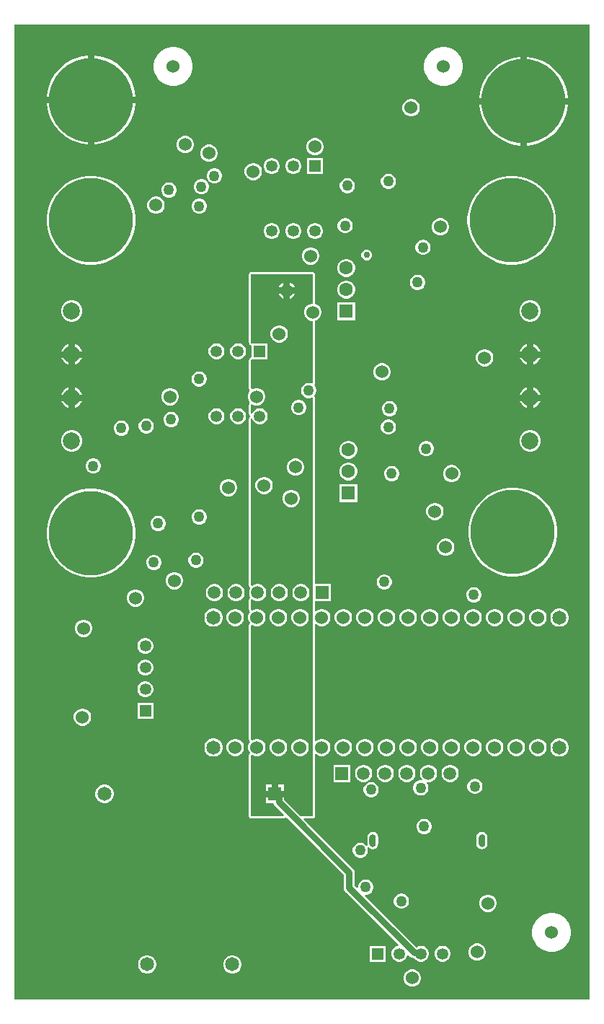
<source format=gbr>
%TF.GenerationSoftware,Altium Limited,Altium Designer,23.4.1 (23)*%
G04 Layer_Physical_Order=3*
G04 Layer_Color=16440176*
%FSLAX26Y26*%
%MOIN*%
%TF.SameCoordinates,99C6BA0F-0D9B-4297-A223-D59900673BD4*%
%TF.FilePolarity,Positive*%
%TF.FileFunction,Copper,L3,Inr,Signal*%
%TF.Part,Single*%
G01*
G75*
%TA.AperFunction,ComponentPad*%
%ADD19C,0.060000*%
%ADD20C,0.078740*%
%TA.AperFunction,ViaPad*%
%ADD21C,0.060000*%
%TA.AperFunction,ComponentPad*%
%ADD22C,0.064961*%
%ADD24C,0.389764*%
%ADD25C,0.053150*%
%ADD26R,0.053150X0.053150*%
%ADD27O,0.030000X0.060000*%
%ADD28R,0.053150X0.053150*%
%ADD29C,0.059055*%
%ADD30C,0.062992*%
%ADD31R,0.064961X0.064961*%
%ADD32R,0.062992X0.062992*%
%ADD33R,0.059055X0.059055*%
%TA.AperFunction,ViaPad*%
%ADD34C,0.050000*%
%ADD35C,0.030000*%
%TA.AperFunction,Conductor*%
%ADD36C,0.030000*%
G36*
X6275000Y3590000D02*
X3615000D01*
Y8095000D01*
X6275000D01*
Y3590000D01*
D02*
G37*
%LPC*%
G36*
X5608864Y7990000D02*
X5591136D01*
X5573748Y7986541D01*
X5557369Y7979757D01*
X5542628Y7969908D01*
X5530092Y7957372D01*
X5520243Y7942631D01*
X5513459Y7926252D01*
X5510000Y7908864D01*
Y7891136D01*
X5513459Y7873748D01*
X5520243Y7857369D01*
X5530092Y7842628D01*
X5542628Y7830092D01*
X5557369Y7820243D01*
X5573748Y7813459D01*
X5591136Y7810000D01*
X5608864D01*
X5626252Y7813459D01*
X5642631Y7820243D01*
X5657372Y7830092D01*
X5669908Y7842628D01*
X5679757Y7857369D01*
X5686541Y7873748D01*
X5690000Y7891136D01*
Y7908864D01*
X5686541Y7926252D01*
X5679757Y7942631D01*
X5669908Y7957372D01*
X5657372Y7969908D01*
X5642631Y7979757D01*
X5626252Y7986541D01*
X5608864Y7990000D01*
D02*
G37*
G36*
X4358864D02*
X4341136D01*
X4323748Y7986541D01*
X4307369Y7979757D01*
X4292628Y7969908D01*
X4280092Y7957372D01*
X4270243Y7942631D01*
X4263459Y7926252D01*
X4260000Y7908864D01*
Y7891136D01*
X4263459Y7873748D01*
X4270243Y7857369D01*
X4280092Y7842628D01*
X4292628Y7830092D01*
X4307369Y7820243D01*
X4323748Y7813459D01*
X4341136Y7810000D01*
X4358864D01*
X4376252Y7813459D01*
X4392631Y7820243D01*
X4407372Y7830092D01*
X4419908Y7842628D01*
X4429757Y7857369D01*
X4436541Y7873748D01*
X4440000Y7891136D01*
Y7908864D01*
X4436541Y7926252D01*
X4429757Y7942631D01*
X4419908Y7957372D01*
X4407372Y7969908D01*
X4392631Y7979757D01*
X4376252Y7986541D01*
X4358864Y7990000D01*
D02*
G37*
G36*
X3985000Y7949675D02*
Y7760000D01*
X4174675D01*
X4171376Y7785056D01*
X4164425Y7810998D01*
X4154147Y7835811D01*
X4140719Y7859070D01*
X4124369Y7880378D01*
X4105378Y7899369D01*
X4084070Y7915719D01*
X4060811Y7929147D01*
X4035998Y7939425D01*
X4010056Y7946376D01*
X3985000Y7949675D01*
D02*
G37*
G36*
X3955000D02*
X3929944Y7946376D01*
X3904002Y7939425D01*
X3879189Y7929147D01*
X3855930Y7915719D01*
X3834622Y7899369D01*
X3815631Y7880378D01*
X3799281Y7859070D01*
X3785853Y7835811D01*
X3775575Y7810998D01*
X3768624Y7785056D01*
X3765325Y7760000D01*
X3955000D01*
Y7949675D01*
D02*
G37*
G36*
X5985000Y7944675D02*
Y7755000D01*
X6174675D01*
X6171376Y7780056D01*
X6164425Y7805998D01*
X6154147Y7830811D01*
X6140719Y7854070D01*
X6124369Y7875378D01*
X6105378Y7894369D01*
X6084070Y7910719D01*
X6060811Y7924147D01*
X6035998Y7934425D01*
X6010056Y7941376D01*
X5985000Y7944675D01*
D02*
G37*
G36*
X5955000D02*
X5929944Y7941376D01*
X5904002Y7934425D01*
X5879189Y7924147D01*
X5855930Y7910719D01*
X5834622Y7894369D01*
X5815631Y7875378D01*
X5799281Y7854070D01*
X5785853Y7830811D01*
X5775575Y7805998D01*
X5768624Y7780056D01*
X5765325Y7755000D01*
X5955000D01*
Y7944675D01*
D02*
G37*
G36*
X5455266Y7750000D02*
X5444734D01*
X5434561Y7747274D01*
X5425439Y7742008D01*
X5417992Y7734561D01*
X5412726Y7725439D01*
X5410000Y7715266D01*
Y7704734D01*
X5412726Y7694561D01*
X5417992Y7685439D01*
X5425439Y7677992D01*
X5434561Y7672726D01*
X5444734Y7670000D01*
X5455266D01*
X5465439Y7672726D01*
X5474561Y7677992D01*
X5482008Y7685439D01*
X5487274Y7694561D01*
X5490000Y7704734D01*
Y7715266D01*
X5487274Y7725439D01*
X5482008Y7734561D01*
X5474561Y7742008D01*
X5465439Y7747274D01*
X5455266Y7750000D01*
D02*
G37*
G36*
X4174675Y7730000D02*
X3985000D01*
Y7540325D01*
X4010056Y7543624D01*
X4035998Y7550575D01*
X4060811Y7560853D01*
X4084070Y7574281D01*
X4105378Y7590631D01*
X4124369Y7609622D01*
X4140719Y7630930D01*
X4154147Y7654189D01*
X4164425Y7679002D01*
X4171376Y7704944D01*
X4174675Y7730000D01*
D02*
G37*
G36*
X3955000D02*
X3765325D01*
X3768624Y7704944D01*
X3775575Y7679002D01*
X3785853Y7654189D01*
X3799281Y7630930D01*
X3815631Y7609622D01*
X3834622Y7590631D01*
X3855930Y7574281D01*
X3879189Y7560853D01*
X3904002Y7550575D01*
X3929944Y7543624D01*
X3955000Y7540325D01*
Y7730000D01*
D02*
G37*
G36*
X6174675Y7725000D02*
X5985000D01*
Y7535325D01*
X6010056Y7538624D01*
X6035998Y7545575D01*
X6060811Y7555853D01*
X6084070Y7569281D01*
X6105378Y7585631D01*
X6124369Y7604622D01*
X6140719Y7625930D01*
X6154147Y7649189D01*
X6164425Y7674002D01*
X6171376Y7699944D01*
X6174675Y7725000D01*
D02*
G37*
G36*
X5955000D02*
X5765325D01*
X5768624Y7699944D01*
X5775575Y7674002D01*
X5785853Y7649189D01*
X5799281Y7625930D01*
X5815631Y7604622D01*
X5834622Y7585631D01*
X5855930Y7569281D01*
X5879189Y7555853D01*
X5904002Y7545575D01*
X5929944Y7538624D01*
X5955000Y7535325D01*
Y7725000D01*
D02*
G37*
G36*
X4410266Y7580000D02*
X4399734D01*
X4389561Y7577274D01*
X4380439Y7572008D01*
X4372992Y7564561D01*
X4367726Y7555439D01*
X4365000Y7545266D01*
Y7534734D01*
X4367726Y7524561D01*
X4372992Y7515439D01*
X4380439Y7507992D01*
X4389561Y7502726D01*
X4399734Y7500000D01*
X4410266D01*
X4420439Y7502726D01*
X4429561Y7507992D01*
X4437008Y7515439D01*
X4442274Y7524561D01*
X4445000Y7534734D01*
Y7545266D01*
X4442274Y7555439D01*
X4437008Y7564561D01*
X4429561Y7572008D01*
X4420439Y7577274D01*
X4410266Y7580000D01*
D02*
G37*
G36*
X5010266Y7570000D02*
X4999734D01*
X4989561Y7567274D01*
X4980439Y7562008D01*
X4972992Y7554561D01*
X4967726Y7545439D01*
X4965000Y7535266D01*
Y7524734D01*
X4967726Y7514561D01*
X4972992Y7505439D01*
X4980439Y7497992D01*
X4989561Y7492726D01*
X4999734Y7490000D01*
X5010266D01*
X5020439Y7492726D01*
X5029561Y7497992D01*
X5037008Y7505439D01*
X5042274Y7514561D01*
X5045000Y7524734D01*
Y7535266D01*
X5042274Y7545439D01*
X5037008Y7554561D01*
X5029561Y7562008D01*
X5020439Y7567274D01*
X5010266Y7570000D01*
D02*
G37*
G36*
X4520266Y7540000D02*
X4509734D01*
X4499561Y7537274D01*
X4490439Y7532008D01*
X4482992Y7524561D01*
X4477726Y7515439D01*
X4475000Y7505266D01*
Y7494734D01*
X4477726Y7484561D01*
X4482992Y7475439D01*
X4490439Y7467992D01*
X4499561Y7462726D01*
X4509734Y7460000D01*
X4520266D01*
X4530439Y7462726D01*
X4539561Y7467992D01*
X4547008Y7475439D01*
X4552274Y7484561D01*
X4555000Y7494734D01*
Y7505266D01*
X4552274Y7515439D01*
X4547008Y7524561D01*
X4539561Y7532008D01*
X4530439Y7537274D01*
X4520266Y7540000D01*
D02*
G37*
G36*
X5041575Y7476575D02*
X4968425D01*
Y7403425D01*
X5041575D01*
Y7476575D01*
D02*
G37*
G36*
X4909815D02*
X4900185D01*
X4890883Y7474082D01*
X4882542Y7469267D01*
X4875733Y7462458D01*
X4870918Y7454117D01*
X4868425Y7444815D01*
Y7435185D01*
X4870918Y7425883D01*
X4875733Y7417542D01*
X4882542Y7410733D01*
X4890883Y7405918D01*
X4900185Y7403425D01*
X4909815D01*
X4919117Y7405918D01*
X4927458Y7410733D01*
X4934267Y7417542D01*
X4939082Y7425883D01*
X4941575Y7435185D01*
Y7444815D01*
X4939082Y7454117D01*
X4934267Y7462458D01*
X4927458Y7469267D01*
X4919117Y7474082D01*
X4909815Y7476575D01*
D02*
G37*
G36*
X4809815D02*
X4800185D01*
X4790883Y7474082D01*
X4782542Y7469267D01*
X4775733Y7462458D01*
X4770918Y7454117D01*
X4768425Y7444815D01*
Y7435185D01*
X4770918Y7425883D01*
X4775733Y7417542D01*
X4782542Y7410733D01*
X4790883Y7405918D01*
X4800185Y7403425D01*
X4809815D01*
X4819117Y7405918D01*
X4827458Y7410733D01*
X4834267Y7417542D01*
X4839082Y7425883D01*
X4841575Y7435185D01*
Y7444815D01*
X4839082Y7454117D01*
X4834267Y7462458D01*
X4827458Y7469267D01*
X4819117Y7474082D01*
X4809815Y7476575D01*
D02*
G37*
G36*
X4725266Y7455000D02*
X4714734D01*
X4704561Y7452274D01*
X4695439Y7447008D01*
X4687992Y7439561D01*
X4682726Y7430439D01*
X4680000Y7420266D01*
Y7409734D01*
X4682726Y7399561D01*
X4687992Y7390439D01*
X4695439Y7382992D01*
X4704561Y7377726D01*
X4714734Y7375000D01*
X4725266D01*
X4735439Y7377726D01*
X4744561Y7382992D01*
X4752008Y7390439D01*
X4757274Y7399561D01*
X4760000Y7409734D01*
Y7420266D01*
X4757274Y7430439D01*
X4752008Y7439561D01*
X4744561Y7447008D01*
X4735439Y7452274D01*
X4725266Y7455000D01*
D02*
G37*
G36*
X4544608Y7430000D02*
X4535392D01*
X4526490Y7427615D01*
X4518510Y7423007D01*
X4511993Y7416490D01*
X4507385Y7408510D01*
X4505000Y7399608D01*
Y7390392D01*
X4507385Y7381490D01*
X4511993Y7373510D01*
X4518510Y7366993D01*
X4526490Y7362385D01*
X4535392Y7360000D01*
X4544608D01*
X4553510Y7362385D01*
X4561490Y7366993D01*
X4568007Y7373510D01*
X4572615Y7381490D01*
X4575000Y7390392D01*
Y7399608D01*
X4572615Y7408510D01*
X4568007Y7416490D01*
X4561490Y7423007D01*
X4553510Y7427615D01*
X4544608Y7430000D01*
D02*
G37*
G36*
X5349608Y7405000D02*
X5340392D01*
X5331490Y7402615D01*
X5323510Y7398007D01*
X5316993Y7391490D01*
X5312385Y7383510D01*
X5310000Y7374608D01*
Y7365392D01*
X5312385Y7356490D01*
X5316993Y7348510D01*
X5323510Y7341993D01*
X5331490Y7337385D01*
X5340392Y7335000D01*
X5349608D01*
X5358510Y7337385D01*
X5366490Y7341993D01*
X5373007Y7348510D01*
X5377615Y7356490D01*
X5380000Y7365392D01*
Y7374608D01*
X5377615Y7383510D01*
X5373007Y7391490D01*
X5366490Y7398007D01*
X5358510Y7402615D01*
X5349608Y7405000D01*
D02*
G37*
G36*
X5159608Y7385000D02*
X5150392D01*
X5141490Y7382615D01*
X5133510Y7378007D01*
X5126993Y7371490D01*
X5122385Y7363510D01*
X5120000Y7354608D01*
Y7345392D01*
X5122385Y7336490D01*
X5126993Y7328510D01*
X5133510Y7321993D01*
X5141490Y7317385D01*
X5150392Y7315000D01*
X5159608D01*
X5168510Y7317385D01*
X5176490Y7321993D01*
X5183007Y7328510D01*
X5187615Y7336490D01*
X5190000Y7345392D01*
Y7354608D01*
X5187615Y7363510D01*
X5183007Y7371490D01*
X5176490Y7378007D01*
X5168510Y7382615D01*
X5159608Y7385000D01*
D02*
G37*
G36*
X4484608Y7380000D02*
X4475392D01*
X4466490Y7377615D01*
X4458510Y7373007D01*
X4451993Y7366490D01*
X4447385Y7358510D01*
X4445000Y7349608D01*
Y7340392D01*
X4447385Y7331490D01*
X4451993Y7323510D01*
X4458510Y7316993D01*
X4466490Y7312385D01*
X4475392Y7310000D01*
X4484608D01*
X4493510Y7312385D01*
X4501490Y7316993D01*
X4508007Y7323510D01*
X4512615Y7331490D01*
X4515000Y7340392D01*
Y7349608D01*
X4512615Y7358510D01*
X4508007Y7366490D01*
X4501490Y7373007D01*
X4493510Y7377615D01*
X4484608Y7380000D01*
D02*
G37*
G36*
X4334608Y7365000D02*
X4325392D01*
X4316490Y7362615D01*
X4308510Y7358007D01*
X4301993Y7351490D01*
X4297385Y7343510D01*
X4295000Y7334608D01*
Y7325392D01*
X4297385Y7316490D01*
X4301993Y7308510D01*
X4308510Y7301993D01*
X4316490Y7297385D01*
X4325392Y7295000D01*
X4334608D01*
X4343510Y7297385D01*
X4351490Y7301993D01*
X4358007Y7308510D01*
X4362615Y7316490D01*
X4365000Y7325392D01*
Y7334608D01*
X4362615Y7343510D01*
X4358007Y7351490D01*
X4351490Y7358007D01*
X4343510Y7362615D01*
X4334608Y7365000D01*
D02*
G37*
G36*
X4474608Y7290000D02*
X4465392D01*
X4456490Y7287615D01*
X4448510Y7283007D01*
X4441993Y7276490D01*
X4437385Y7268510D01*
X4435000Y7259608D01*
Y7250392D01*
X4437385Y7241490D01*
X4441993Y7233510D01*
X4448510Y7226993D01*
X4456490Y7222385D01*
X4465392Y7220000D01*
X4474608D01*
X4483510Y7222385D01*
X4491490Y7226993D01*
X4498007Y7233510D01*
X4502615Y7241490D01*
X4505000Y7250392D01*
Y7259608D01*
X4502615Y7268510D01*
X4498007Y7276490D01*
X4491490Y7283007D01*
X4483510Y7287615D01*
X4474608Y7290000D01*
D02*
G37*
G36*
X4275266Y7300000D02*
X4264734D01*
X4254561Y7297274D01*
X4245439Y7292008D01*
X4237992Y7284561D01*
X4232726Y7275439D01*
X4230000Y7265266D01*
Y7254734D01*
X4232726Y7244561D01*
X4237992Y7235439D01*
X4245439Y7227992D01*
X4254561Y7222726D01*
X4264734Y7220000D01*
X4275266D01*
X4285439Y7222726D01*
X4294561Y7227992D01*
X4302008Y7235439D01*
X4307274Y7244561D01*
X4310000Y7254734D01*
Y7265266D01*
X4307274Y7275439D01*
X4302008Y7284561D01*
X4294561Y7292008D01*
X4285439Y7297274D01*
X4275266Y7300000D01*
D02*
G37*
G36*
X5149608Y7200000D02*
X5140392D01*
X5131490Y7197615D01*
X5123510Y7193007D01*
X5116993Y7186490D01*
X5112385Y7178510D01*
X5110000Y7169608D01*
Y7160392D01*
X5112385Y7151490D01*
X5116993Y7143510D01*
X5123510Y7136993D01*
X5131490Y7132385D01*
X5140392Y7130000D01*
X5149608D01*
X5158510Y7132385D01*
X5166490Y7136993D01*
X5173007Y7143510D01*
X5177615Y7151490D01*
X5180000Y7160392D01*
Y7169608D01*
X5177615Y7178510D01*
X5173007Y7186490D01*
X5166490Y7193007D01*
X5158510Y7197615D01*
X5149608Y7200000D01*
D02*
G37*
G36*
X5590266D02*
X5579734D01*
X5569561Y7197274D01*
X5560439Y7192008D01*
X5552992Y7184561D01*
X5547726Y7175439D01*
X5545000Y7165266D01*
Y7154734D01*
X5547726Y7144561D01*
X5552992Y7135439D01*
X5560439Y7127992D01*
X5569561Y7122726D01*
X5579734Y7120000D01*
X5590266D01*
X5600439Y7122726D01*
X5609561Y7127992D01*
X5617008Y7135439D01*
X5622274Y7144561D01*
X5625000Y7154734D01*
Y7165266D01*
X5622274Y7175439D01*
X5617008Y7184561D01*
X5609561Y7192008D01*
X5600439Y7197274D01*
X5590266Y7200000D01*
D02*
G37*
G36*
X5009815Y7176575D02*
X5000185D01*
X4990883Y7174082D01*
X4982542Y7169267D01*
X4975733Y7162458D01*
X4970918Y7154117D01*
X4968425Y7144815D01*
Y7135185D01*
X4970918Y7125883D01*
X4975733Y7117542D01*
X4982542Y7110733D01*
X4990883Y7105918D01*
X5000185Y7103425D01*
X5009815D01*
X5019117Y7105918D01*
X5027458Y7110733D01*
X5034267Y7117542D01*
X5039082Y7125883D01*
X5041575Y7135185D01*
Y7144815D01*
X5039082Y7154117D01*
X5034267Y7162458D01*
X5027458Y7169267D01*
X5019117Y7174082D01*
X5009815Y7176575D01*
D02*
G37*
G36*
X4909815D02*
X4900185D01*
X4890883Y7174082D01*
X4882542Y7169267D01*
X4875733Y7162458D01*
X4870918Y7154117D01*
X4868425Y7144815D01*
Y7135185D01*
X4870918Y7125883D01*
X4875733Y7117542D01*
X4882542Y7110733D01*
X4890883Y7105918D01*
X4900185Y7103425D01*
X4909815D01*
X4919117Y7105918D01*
X4927458Y7110733D01*
X4934267Y7117542D01*
X4939082Y7125883D01*
X4941575Y7135185D01*
Y7144815D01*
X4939082Y7154117D01*
X4934267Y7162458D01*
X4927458Y7169267D01*
X4919117Y7174082D01*
X4909815Y7176575D01*
D02*
G37*
G36*
X4809815D02*
X4800185D01*
X4790883Y7174082D01*
X4782542Y7169267D01*
X4775733Y7162458D01*
X4770918Y7154117D01*
X4768425Y7144815D01*
Y7135185D01*
X4770918Y7125883D01*
X4775733Y7117542D01*
X4782542Y7110733D01*
X4790883Y7105918D01*
X4800185Y7103425D01*
X4809815D01*
X4819117Y7105918D01*
X4827458Y7110733D01*
X4834267Y7117542D01*
X4839082Y7125883D01*
X4841575Y7135185D01*
Y7144815D01*
X4839082Y7154117D01*
X4834267Y7162458D01*
X4827458Y7169267D01*
X4819117Y7174082D01*
X4809815Y7176575D01*
D02*
G37*
G36*
X5509608Y7100000D02*
X5500392D01*
X5491490Y7097615D01*
X5483510Y7093007D01*
X5476993Y7086490D01*
X5472385Y7078510D01*
X5470000Y7069608D01*
Y7060392D01*
X5472385Y7051490D01*
X5476993Y7043510D01*
X5483510Y7036993D01*
X5491490Y7032385D01*
X5500392Y7030000D01*
X5509608D01*
X5518510Y7032385D01*
X5526490Y7036993D01*
X5533007Y7043510D01*
X5537615Y7051490D01*
X5540000Y7060392D01*
Y7069608D01*
X5537615Y7078510D01*
X5533007Y7086490D01*
X5526490Y7093007D01*
X5518510Y7097615D01*
X5509608Y7100000D01*
D02*
G37*
G36*
X5249973Y7055000D02*
X5240027D01*
X5230839Y7051194D01*
X5223806Y7044161D01*
X5220000Y7034973D01*
Y7025027D01*
X5223806Y7015839D01*
X5230839Y7008806D01*
X5240027Y7005000D01*
X5249973D01*
X5259161Y7008806D01*
X5266194Y7015839D01*
X5270000Y7025027D01*
Y7034973D01*
X5266194Y7044161D01*
X5259161Y7051194D01*
X5249973Y7055000D01*
D02*
G37*
G36*
X5928429Y7394882D02*
X5901571D01*
X5874944Y7391376D01*
X5849002Y7384425D01*
X5824189Y7374147D01*
X5800930Y7360719D01*
X5779622Y7344369D01*
X5760631Y7325378D01*
X5744281Y7304070D01*
X5730853Y7280811D01*
X5720575Y7255998D01*
X5713624Y7230056D01*
X5710118Y7203429D01*
Y7176571D01*
X5713624Y7149944D01*
X5720575Y7124002D01*
X5730853Y7099189D01*
X5744281Y7075930D01*
X5760631Y7054622D01*
X5779622Y7035631D01*
X5800930Y7019281D01*
X5824189Y7005853D01*
X5849002Y6995575D01*
X5874944Y6988624D01*
X5901571Y6985118D01*
X5928429D01*
X5955056Y6988624D01*
X5980998Y6995575D01*
X6005811Y7005853D01*
X6029070Y7019281D01*
X6050378Y7035631D01*
X6069369Y7054622D01*
X6085719Y7075930D01*
X6099147Y7099189D01*
X6109425Y7124002D01*
X6116376Y7149944D01*
X6119882Y7176571D01*
Y7203429D01*
X6116376Y7230056D01*
X6109425Y7255998D01*
X6099147Y7280811D01*
X6085719Y7304070D01*
X6069369Y7325378D01*
X6050378Y7344369D01*
X6029070Y7360719D01*
X6005811Y7374147D01*
X5980998Y7384425D01*
X5955056Y7391376D01*
X5928429Y7394882D01*
D02*
G37*
G36*
X3983429D02*
X3956571D01*
X3929944Y7391376D01*
X3904002Y7384425D01*
X3879189Y7374147D01*
X3855930Y7360719D01*
X3834622Y7344369D01*
X3815631Y7325378D01*
X3799281Y7304070D01*
X3785853Y7280811D01*
X3775575Y7255998D01*
X3768624Y7230056D01*
X3765118Y7203429D01*
Y7176571D01*
X3768624Y7149944D01*
X3775575Y7124002D01*
X3785853Y7099189D01*
X3799281Y7075930D01*
X3815631Y7054622D01*
X3834622Y7035631D01*
X3855930Y7019281D01*
X3879189Y7005853D01*
X3904002Y6995575D01*
X3929944Y6988624D01*
X3956571Y6985118D01*
X3983429D01*
X4010056Y6988624D01*
X4035998Y6995575D01*
X4060811Y7005853D01*
X4084070Y7019281D01*
X4105378Y7035631D01*
X4124369Y7054622D01*
X4140719Y7075930D01*
X4154147Y7099189D01*
X4164425Y7124002D01*
X4171376Y7149944D01*
X4174882Y7176571D01*
Y7203429D01*
X4171376Y7230056D01*
X4164425Y7255998D01*
X4154147Y7280811D01*
X4140719Y7304070D01*
X4124369Y7325378D01*
X4105378Y7344369D01*
X4084070Y7360719D01*
X4060811Y7374147D01*
X4035998Y7384425D01*
X4010056Y7391376D01*
X3983429Y7394882D01*
D02*
G37*
G36*
X4990266Y7065000D02*
X4979734D01*
X4969561Y7062274D01*
X4960439Y7057008D01*
X4952992Y7049561D01*
X4947726Y7040439D01*
X4945000Y7030266D01*
Y7019734D01*
X4947726Y7009561D01*
X4952992Y7000439D01*
X4960439Y6992992D01*
X4969561Y6987726D01*
X4979734Y6985000D01*
X4990266D01*
X5000439Y6987726D01*
X5009561Y6992992D01*
X5017008Y7000439D01*
X5022274Y7009561D01*
X5025000Y7019734D01*
Y7030266D01*
X5022274Y7040439D01*
X5017008Y7049561D01*
X5009561Y7057008D01*
X5000439Y7062274D01*
X4990266Y7065000D01*
D02*
G37*
G36*
X5155463Y7011496D02*
X5144537D01*
X5133983Y7008668D01*
X5124521Y7003205D01*
X5116795Y6995479D01*
X5111332Y6986017D01*
X5108504Y6975463D01*
Y6964537D01*
X5111332Y6953983D01*
X5116795Y6944521D01*
X5124521Y6936795D01*
X5133983Y6931332D01*
X5144537Y6928504D01*
X5155463D01*
X5166017Y6931332D01*
X5175479Y6936795D01*
X5183205Y6944521D01*
X5188668Y6953983D01*
X5191496Y6964537D01*
Y6975463D01*
X5188668Y6986017D01*
X5183205Y6995479D01*
X5175479Y7003205D01*
X5166017Y7008668D01*
X5155463Y7011496D01*
D02*
G37*
G36*
X5483835Y6938154D02*
X5474619D01*
X5465717Y6935769D01*
X5457736Y6931162D01*
X5451220Y6924645D01*
X5446612Y6916664D01*
X5444227Y6907762D01*
Y6898547D01*
X5446612Y6889645D01*
X5451220Y6881664D01*
X5457736Y6875148D01*
X5465717Y6870540D01*
X5474619Y6868154D01*
X5483835D01*
X5492736Y6870540D01*
X5500717Y6875148D01*
X5507234Y6881664D01*
X5511842Y6889645D01*
X5514227Y6898547D01*
Y6907762D01*
X5511842Y6916664D01*
X5507234Y6924645D01*
X5500717Y6931162D01*
X5492736Y6935769D01*
X5483835Y6938154D01*
D02*
G37*
G36*
X5155463Y6911496D02*
X5144537D01*
X5133983Y6908668D01*
X5124521Y6903205D01*
X5116795Y6895479D01*
X5111332Y6886017D01*
X5108504Y6875463D01*
Y6864537D01*
X5111332Y6853983D01*
X5116795Y6844521D01*
X5124521Y6836795D01*
X5133983Y6831332D01*
X5144537Y6828504D01*
X5155463D01*
X5166017Y6831332D01*
X5175479Y6836795D01*
X5183205Y6844521D01*
X5188668Y6853983D01*
X5191496Y6864537D01*
Y6875463D01*
X5188668Y6886017D01*
X5183205Y6895479D01*
X5175479Y6903205D01*
X5166017Y6908668D01*
X5155463Y6911496D01*
D02*
G37*
G36*
X5191496Y6811496D02*
X5108504D01*
Y6728504D01*
X5191496D01*
Y6811496D01*
D02*
G37*
G36*
X6006500Y6819370D02*
X5993500D01*
X5980944Y6816006D01*
X5969686Y6809506D01*
X5960494Y6800314D01*
X5953994Y6789056D01*
X5950630Y6776500D01*
Y6763500D01*
X5953994Y6750944D01*
X5960494Y6739686D01*
X5969686Y6730494D01*
X5980944Y6723994D01*
X5993500Y6720630D01*
X6006500D01*
X6019056Y6723994D01*
X6030314Y6730494D01*
X6039506Y6739686D01*
X6046006Y6750944D01*
X6049370Y6763500D01*
Y6776500D01*
X6046006Y6789056D01*
X6039506Y6800314D01*
X6030314Y6809506D01*
X6019056Y6816006D01*
X6006500Y6819370D01*
D02*
G37*
G36*
X3886500D02*
X3873500D01*
X3860944Y6816006D01*
X3849686Y6809506D01*
X3840494Y6800314D01*
X3833994Y6789056D01*
X3830630Y6776500D01*
Y6763500D01*
X3833994Y6750944D01*
X3840494Y6739686D01*
X3849686Y6730494D01*
X3860944Y6723994D01*
X3873500Y6720630D01*
X3886500D01*
X3899056Y6723994D01*
X3910314Y6730494D01*
X3919506Y6739686D01*
X3926006Y6750944D01*
X3929370Y6763500D01*
Y6776500D01*
X3926006Y6789056D01*
X3919506Y6800314D01*
X3910314Y6809506D01*
X3899056Y6816006D01*
X3886500Y6819370D01*
D02*
G37*
G36*
X6015000Y6617092D02*
Y6585000D01*
X6047092D01*
X6046006Y6589056D01*
X6039506Y6600314D01*
X6030314Y6609506D01*
X6019056Y6616006D01*
X6015000Y6617092D01*
D02*
G37*
G36*
X5985000D02*
X5980944Y6616006D01*
X5969686Y6609506D01*
X5960494Y6600314D01*
X5953994Y6589056D01*
X5952908Y6585000D01*
X5985000D01*
Y6617092D01*
D02*
G37*
G36*
X3895000D02*
Y6585000D01*
X3927092D01*
X3926006Y6589056D01*
X3919506Y6600314D01*
X3910314Y6609506D01*
X3899056Y6616006D01*
X3895000Y6617092D01*
D02*
G37*
G36*
X3865000D02*
X3860944Y6616006D01*
X3849686Y6609506D01*
X3840494Y6600314D01*
X3833994Y6589056D01*
X3832908Y6585000D01*
X3865000D01*
Y6617092D01*
D02*
G37*
G36*
X4654815Y6621575D02*
X4645185D01*
X4635883Y6619082D01*
X4627542Y6614267D01*
X4620733Y6607458D01*
X4615918Y6599117D01*
X4613425Y6589815D01*
Y6580185D01*
X4615918Y6570883D01*
X4620733Y6562542D01*
X4627542Y6555733D01*
X4635883Y6550918D01*
X4645185Y6548425D01*
X4654815D01*
X4664117Y6550918D01*
X4672458Y6555733D01*
X4679267Y6562542D01*
X4684082Y6570883D01*
X4686575Y6580185D01*
Y6589815D01*
X4684082Y6599117D01*
X4679267Y6607458D01*
X4672458Y6614267D01*
X4664117Y6619082D01*
X4654815Y6621575D01*
D02*
G37*
G36*
X4554815D02*
X4545185D01*
X4535883Y6619082D01*
X4527542Y6614267D01*
X4520733Y6607458D01*
X4515918Y6599117D01*
X4513425Y6589815D01*
Y6580185D01*
X4515918Y6570883D01*
X4520733Y6562542D01*
X4527542Y6555733D01*
X4535883Y6550918D01*
X4545185Y6548425D01*
X4554815D01*
X4564117Y6550918D01*
X4572458Y6555733D01*
X4579267Y6562542D01*
X4584082Y6570883D01*
X4586575Y6580185D01*
Y6589815D01*
X4584082Y6599117D01*
X4579267Y6607458D01*
X4572458Y6614267D01*
X4564117Y6619082D01*
X4554815Y6621575D01*
D02*
G37*
G36*
X6047092Y6555000D02*
X6015000D01*
Y6522908D01*
X6019056Y6523994D01*
X6030314Y6530494D01*
X6039506Y6539686D01*
X6046006Y6550944D01*
X6047092Y6555000D01*
D02*
G37*
G36*
X5985000D02*
X5952908D01*
X5953994Y6550944D01*
X5960494Y6539686D01*
X5969686Y6530494D01*
X5980944Y6523994D01*
X5985000Y6522908D01*
Y6555000D01*
D02*
G37*
G36*
X3927092D02*
X3895000D01*
Y6522908D01*
X3899056Y6523994D01*
X3910314Y6530494D01*
X3919506Y6539686D01*
X3926006Y6550944D01*
X3927092Y6555000D01*
D02*
G37*
G36*
X3865000D02*
X3832908D01*
X3833994Y6550944D01*
X3840494Y6539686D01*
X3849686Y6530494D01*
X3860944Y6523994D01*
X3865000Y6522908D01*
Y6555000D01*
D02*
G37*
G36*
X5795266Y6595000D02*
X5784734D01*
X5774561Y6592274D01*
X5765439Y6587008D01*
X5757992Y6579561D01*
X5752726Y6570439D01*
X5750000Y6560266D01*
Y6549734D01*
X5752726Y6539561D01*
X5757992Y6530439D01*
X5765439Y6522992D01*
X5774561Y6517726D01*
X5784734Y6515000D01*
X5795266D01*
X5805439Y6517726D01*
X5814561Y6522992D01*
X5822008Y6530439D01*
X5827274Y6539561D01*
X5830000Y6549734D01*
Y6560266D01*
X5827274Y6570439D01*
X5822008Y6579561D01*
X5814561Y6587008D01*
X5805439Y6592274D01*
X5795266Y6595000D01*
D02*
G37*
G36*
X5320266Y6530000D02*
X5309734D01*
X5299561Y6527274D01*
X5290439Y6522008D01*
X5282992Y6514561D01*
X5277726Y6505439D01*
X5275000Y6495266D01*
Y6484734D01*
X5277726Y6474561D01*
X5282992Y6465439D01*
X5290439Y6457992D01*
X5299561Y6452726D01*
X5309734Y6450000D01*
X5320266D01*
X5330439Y6452726D01*
X5339561Y6457992D01*
X5347008Y6465439D01*
X5352274Y6474561D01*
X5355000Y6484734D01*
Y6495266D01*
X5352274Y6505439D01*
X5347008Y6514561D01*
X5339561Y6522008D01*
X5330439Y6527274D01*
X5320266Y6530000D01*
D02*
G37*
G36*
X4473457Y6492288D02*
X4464241D01*
X4455340Y6489903D01*
X4447359Y6485295D01*
X4440842Y6478778D01*
X4436234Y6470797D01*
X4433849Y6461896D01*
Y6452680D01*
X4436234Y6443778D01*
X4440842Y6435797D01*
X4447359Y6429281D01*
X4455340Y6424673D01*
X4464241Y6422288D01*
X4473457D01*
X4482359Y6424673D01*
X4490340Y6429281D01*
X4496856Y6435797D01*
X4501464Y6443778D01*
X4503849Y6452680D01*
Y6461896D01*
X4501464Y6470797D01*
X4496856Y6478778D01*
X4490340Y6485295D01*
X4482359Y6489903D01*
X4473457Y6492288D01*
D02*
G37*
G36*
X6015000Y6417092D02*
Y6385000D01*
X6047092D01*
X6046006Y6389056D01*
X6039506Y6400314D01*
X6030314Y6409506D01*
X6019056Y6416006D01*
X6015000Y6417092D01*
D02*
G37*
G36*
X5985000D02*
X5980944Y6416006D01*
X5969686Y6409506D01*
X5960494Y6400314D01*
X5953994Y6389056D01*
X5952908Y6385000D01*
X5985000D01*
Y6417092D01*
D02*
G37*
G36*
X3895000D02*
Y6385000D01*
X3927092D01*
X3926006Y6389056D01*
X3919506Y6400314D01*
X3910314Y6409506D01*
X3899056Y6416006D01*
X3895000Y6417092D01*
D02*
G37*
G36*
X3865000D02*
X3860944Y6416006D01*
X3849686Y6409506D01*
X3840494Y6400314D01*
X3833994Y6389056D01*
X3832908Y6385000D01*
X3865000D01*
Y6417092D01*
D02*
G37*
G36*
X4340266Y6415000D02*
X4329734D01*
X4319561Y6412274D01*
X4310439Y6407008D01*
X4302992Y6399561D01*
X4297726Y6390439D01*
X4295000Y6380266D01*
Y6369734D01*
X4297726Y6359561D01*
X4302992Y6350439D01*
X4310439Y6342992D01*
X4319561Y6337726D01*
X4329734Y6335000D01*
X4340266D01*
X4350439Y6337726D01*
X4359561Y6342992D01*
X4367008Y6350439D01*
X4372274Y6359561D01*
X4375000Y6369734D01*
Y6380266D01*
X4372274Y6390439D01*
X4367008Y6399561D01*
X4359561Y6407008D01*
X4350439Y6412274D01*
X4340266Y6415000D01*
D02*
G37*
G36*
X6047092Y6355000D02*
X6015000D01*
Y6322908D01*
X6019056Y6323994D01*
X6030314Y6330494D01*
X6039506Y6339686D01*
X6046006Y6350944D01*
X6047092Y6355000D01*
D02*
G37*
G36*
X5985000D02*
X5952908D01*
X5953994Y6350944D01*
X5960494Y6339686D01*
X5969686Y6330494D01*
X5980944Y6323994D01*
X5985000Y6322908D01*
Y6355000D01*
D02*
G37*
G36*
X3927092D02*
X3895000D01*
Y6322908D01*
X3899056Y6323994D01*
X3910314Y6330494D01*
X3919506Y6339686D01*
X3926006Y6350944D01*
X3927092Y6355000D01*
D02*
G37*
G36*
X3865000D02*
X3832908D01*
X3833994Y6350944D01*
X3840494Y6339686D01*
X3849686Y6330494D01*
X3860944Y6323994D01*
X3865000Y6322908D01*
Y6355000D01*
D02*
G37*
G36*
X5354608D02*
X5345392D01*
X5336490Y6352615D01*
X5328510Y6348007D01*
X5321993Y6341490D01*
X5317385Y6333510D01*
X5315000Y6324608D01*
Y6315392D01*
X5317385Y6306490D01*
X5321993Y6298510D01*
X5328510Y6291993D01*
X5336490Y6287385D01*
X5345392Y6285000D01*
X5354608D01*
X5363510Y6287385D01*
X5371490Y6291993D01*
X5378007Y6298510D01*
X5382615Y6306490D01*
X5385000Y6315392D01*
Y6324608D01*
X5382615Y6333510D01*
X5378007Y6341490D01*
X5371490Y6348007D01*
X5363510Y6352615D01*
X5354608Y6355000D01*
D02*
G37*
G36*
X4654815Y6321575D02*
X4645185D01*
X4635883Y6319082D01*
X4627542Y6314267D01*
X4620733Y6307458D01*
X4615918Y6299117D01*
X4613425Y6289815D01*
Y6280185D01*
X4615918Y6270883D01*
X4620733Y6262542D01*
X4627542Y6255733D01*
X4635883Y6250918D01*
X4645185Y6248425D01*
X4654815D01*
X4664117Y6250918D01*
X4672458Y6255733D01*
X4679267Y6262542D01*
X4684082Y6270883D01*
X4686575Y6280185D01*
Y6289815D01*
X4684082Y6299117D01*
X4679267Y6307458D01*
X4672458Y6314267D01*
X4664117Y6319082D01*
X4654815Y6321575D01*
D02*
G37*
G36*
X4554815D02*
X4545185D01*
X4535883Y6319082D01*
X4527542Y6314267D01*
X4520733Y6307458D01*
X4515918Y6299117D01*
X4513425Y6289815D01*
Y6280185D01*
X4515918Y6270883D01*
X4520733Y6262542D01*
X4527542Y6255733D01*
X4535883Y6250918D01*
X4545185Y6248425D01*
X4554815D01*
X4564117Y6250918D01*
X4572458Y6255733D01*
X4579267Y6262542D01*
X4584082Y6270883D01*
X4586575Y6280185D01*
Y6289815D01*
X4584082Y6299117D01*
X4579267Y6307458D01*
X4572458Y6314267D01*
X4564117Y6319082D01*
X4554815Y6321575D01*
D02*
G37*
G36*
X4344608Y6305000D02*
X4335392D01*
X4326490Y6302615D01*
X4318510Y6298007D01*
X4311993Y6291490D01*
X4307385Y6283510D01*
X4305000Y6274608D01*
Y6265392D01*
X4307385Y6256490D01*
X4311993Y6248510D01*
X4318510Y6241993D01*
X4326490Y6237385D01*
X4335392Y6235000D01*
X4344608D01*
X4353510Y6237385D01*
X4361490Y6241993D01*
X4368007Y6248510D01*
X4372615Y6256490D01*
X4375000Y6265392D01*
Y6274608D01*
X4372615Y6283510D01*
X4368007Y6291490D01*
X4361490Y6298007D01*
X4353510Y6302615D01*
X4344608Y6305000D01*
D02*
G37*
G36*
X4229608Y6275000D02*
X4220392D01*
X4211490Y6272615D01*
X4203510Y6268007D01*
X4196993Y6261490D01*
X4192385Y6253510D01*
X4190000Y6244608D01*
Y6235392D01*
X4192385Y6226490D01*
X4196993Y6218510D01*
X4203510Y6211993D01*
X4211490Y6207385D01*
X4220392Y6205000D01*
X4229608D01*
X4238510Y6207385D01*
X4246490Y6211993D01*
X4253007Y6218510D01*
X4257615Y6226490D01*
X4260000Y6235392D01*
Y6244608D01*
X4257615Y6253510D01*
X4253007Y6261490D01*
X4246490Y6268007D01*
X4238510Y6272615D01*
X4229608Y6275000D01*
D02*
G37*
G36*
X5349608Y6270000D02*
X5340392D01*
X5331490Y6267615D01*
X5323510Y6263007D01*
X5316993Y6256490D01*
X5312385Y6248510D01*
X5310000Y6239608D01*
Y6230392D01*
X5312385Y6221490D01*
X5316993Y6213510D01*
X5323510Y6206993D01*
X5331490Y6202385D01*
X5340392Y6200000D01*
X5349608D01*
X5358510Y6202385D01*
X5366490Y6206993D01*
X5373007Y6213510D01*
X5377615Y6221490D01*
X5380000Y6230392D01*
Y6239608D01*
X5377615Y6248510D01*
X5373007Y6256490D01*
X5366490Y6263007D01*
X5358510Y6267615D01*
X5349608Y6270000D01*
D02*
G37*
G36*
X4114608Y6265000D02*
X4105392D01*
X4096490Y6262615D01*
X4088510Y6258007D01*
X4081993Y6251490D01*
X4077385Y6243510D01*
X4075000Y6234608D01*
Y6225392D01*
X4077385Y6216490D01*
X4081993Y6208510D01*
X4088510Y6201993D01*
X4096490Y6197385D01*
X4105392Y6195000D01*
X4114608D01*
X4123510Y6197385D01*
X4131490Y6201993D01*
X4138007Y6208510D01*
X4142615Y6216490D01*
X4145000Y6225392D01*
Y6234608D01*
X4142615Y6243510D01*
X4138007Y6251490D01*
X4131490Y6258007D01*
X4123510Y6262615D01*
X4114608Y6265000D01*
D02*
G37*
G36*
X6006500Y6219370D02*
X5993500D01*
X5980944Y6216006D01*
X5969686Y6209506D01*
X5960494Y6200314D01*
X5953994Y6189056D01*
X5950630Y6176500D01*
Y6163500D01*
X5953994Y6150944D01*
X5960494Y6139686D01*
X5969686Y6130494D01*
X5980944Y6123994D01*
X5993500Y6120630D01*
X6006500D01*
X6019056Y6123994D01*
X6030314Y6130494D01*
X6039506Y6139686D01*
X6046006Y6150944D01*
X6049370Y6163500D01*
Y6176500D01*
X6046006Y6189056D01*
X6039506Y6200314D01*
X6030314Y6209506D01*
X6019056Y6216006D01*
X6006500Y6219370D01*
D02*
G37*
G36*
X3886500D02*
X3873500D01*
X3860944Y6216006D01*
X3849686Y6209506D01*
X3840494Y6200314D01*
X3833994Y6189056D01*
X3830630Y6176500D01*
Y6163500D01*
X3833994Y6150944D01*
X3840494Y6139686D01*
X3849686Y6130494D01*
X3860944Y6123994D01*
X3873500Y6120630D01*
X3886500D01*
X3899056Y6123994D01*
X3910314Y6130494D01*
X3919506Y6139686D01*
X3926006Y6150944D01*
X3929370Y6163500D01*
Y6176500D01*
X3926006Y6189056D01*
X3919506Y6200314D01*
X3910314Y6209506D01*
X3899056Y6216006D01*
X3886500Y6219370D01*
D02*
G37*
G36*
X5524608Y6170000D02*
X5515392D01*
X5506490Y6167615D01*
X5498510Y6163007D01*
X5491993Y6156490D01*
X5487385Y6148510D01*
X5485000Y6139608D01*
Y6130392D01*
X5487385Y6121490D01*
X5491993Y6113510D01*
X5498510Y6106993D01*
X5506490Y6102385D01*
X5515392Y6100000D01*
X5524608D01*
X5533510Y6102385D01*
X5541490Y6106993D01*
X5548007Y6113510D01*
X5552615Y6121490D01*
X5555000Y6130392D01*
Y6139608D01*
X5552615Y6148510D01*
X5548007Y6156490D01*
X5541490Y6163007D01*
X5533510Y6167615D01*
X5524608Y6170000D01*
D02*
G37*
G36*
X5165463Y6171496D02*
X5154537D01*
X5143983Y6168668D01*
X5134521Y6163205D01*
X5126795Y6155479D01*
X5121332Y6146017D01*
X5118504Y6135463D01*
Y6124537D01*
X5121332Y6113983D01*
X5126795Y6104521D01*
X5134521Y6096795D01*
X5143983Y6091332D01*
X5154537Y6088504D01*
X5165463D01*
X5176017Y6091332D01*
X5185479Y6096795D01*
X5193205Y6104521D01*
X5198668Y6113983D01*
X5201496Y6124537D01*
Y6135463D01*
X5198668Y6146017D01*
X5193205Y6155479D01*
X5185479Y6163205D01*
X5176017Y6168668D01*
X5165463Y6171496D01*
D02*
G37*
G36*
X3984608Y6090000D02*
X3975392D01*
X3966490Y6087615D01*
X3958510Y6083007D01*
X3951993Y6076490D01*
X3947385Y6068510D01*
X3945000Y6059608D01*
Y6050392D01*
X3947385Y6041490D01*
X3951993Y6033510D01*
X3958510Y6026993D01*
X3966490Y6022385D01*
X3975392Y6020000D01*
X3984608D01*
X3993510Y6022385D01*
X4001490Y6026993D01*
X4008007Y6033510D01*
X4012615Y6041490D01*
X4015000Y6050392D01*
Y6059608D01*
X4012615Y6068510D01*
X4008007Y6076490D01*
X4001490Y6083007D01*
X3993510Y6087615D01*
X3984608Y6090000D01*
D02*
G37*
G36*
X5165463Y6071496D02*
X5154537D01*
X5143983Y6068668D01*
X5134521Y6063205D01*
X5126795Y6055479D01*
X5121332Y6046017D01*
X5118504Y6035463D01*
Y6024537D01*
X5121332Y6013983D01*
X5126795Y6004521D01*
X5134521Y5996795D01*
X5143983Y5991332D01*
X5154537Y5988504D01*
X5165463D01*
X5176017Y5991332D01*
X5185479Y5996795D01*
X5193205Y6004521D01*
X5198668Y6013983D01*
X5201496Y6024537D01*
Y6035463D01*
X5198668Y6046017D01*
X5193205Y6055479D01*
X5185479Y6063205D01*
X5176017Y6068668D01*
X5165463Y6071496D01*
D02*
G37*
G36*
X5364608Y6055000D02*
X5355392D01*
X5346490Y6052615D01*
X5338510Y6048007D01*
X5331993Y6041490D01*
X5327385Y6033510D01*
X5325000Y6024608D01*
Y6015392D01*
X5327385Y6006490D01*
X5331993Y5998510D01*
X5338510Y5991993D01*
X5346490Y5987385D01*
X5355392Y5985000D01*
X5364608D01*
X5373510Y5987385D01*
X5381490Y5991993D01*
X5388007Y5998510D01*
X5392615Y6006490D01*
X5395000Y6015392D01*
Y6024608D01*
X5392615Y6033510D01*
X5388007Y6041490D01*
X5381490Y6048007D01*
X5373510Y6052615D01*
X5364608Y6055000D01*
D02*
G37*
G36*
X5642961Y6060000D02*
X5632429D01*
X5622256Y6057274D01*
X5613135Y6052008D01*
X5605687Y6044561D01*
X5600421Y6035439D01*
X5597695Y6025266D01*
Y6014734D01*
X5600421Y6004561D01*
X5605687Y5995439D01*
X5613135Y5987992D01*
X5622256Y5982726D01*
X5632429Y5980000D01*
X5642961D01*
X5653135Y5982726D01*
X5662256Y5987992D01*
X5669703Y5995439D01*
X5674969Y6004561D01*
X5677695Y6014734D01*
Y6025266D01*
X5674969Y6035439D01*
X5669703Y6044561D01*
X5662256Y6052008D01*
X5653135Y6057274D01*
X5642961Y6060000D01*
D02*
G37*
G36*
X4610266Y5995000D02*
X4599734D01*
X4589561Y5992274D01*
X4580439Y5987008D01*
X4572992Y5979561D01*
X4567726Y5970439D01*
X4565000Y5960266D01*
Y5949734D01*
X4567726Y5939561D01*
X4572992Y5930439D01*
X4580439Y5922992D01*
X4589561Y5917726D01*
X4599734Y5915000D01*
X4610266D01*
X4620439Y5917726D01*
X4629561Y5922992D01*
X4637008Y5930439D01*
X4642274Y5939561D01*
X4645000Y5949734D01*
Y5960266D01*
X4642274Y5970439D01*
X4637008Y5979561D01*
X4629561Y5987008D01*
X4620439Y5992274D01*
X4610266Y5995000D01*
D02*
G37*
G36*
X5201496Y5971496D02*
X5118504D01*
Y5888504D01*
X5201496D01*
Y5971496D01*
D02*
G37*
G36*
X5565266Y5885000D02*
X5554734D01*
X5544561Y5882274D01*
X5535439Y5877008D01*
X5527992Y5869561D01*
X5522726Y5860439D01*
X5520000Y5850266D01*
Y5839734D01*
X5522726Y5829561D01*
X5527992Y5820439D01*
X5535439Y5812992D01*
X5544561Y5807726D01*
X5554734Y5805000D01*
X5565266D01*
X5575439Y5807726D01*
X5584561Y5812992D01*
X5592008Y5820439D01*
X5597274Y5829561D01*
X5600000Y5839734D01*
Y5850266D01*
X5597274Y5860439D01*
X5592008Y5869561D01*
X5584561Y5877008D01*
X5575439Y5882274D01*
X5565266Y5885000D01*
D02*
G37*
G36*
X4474608Y5855000D02*
X4465392D01*
X4456490Y5852615D01*
X4448510Y5848007D01*
X4441993Y5841490D01*
X4437385Y5833510D01*
X4435000Y5824608D01*
Y5815392D01*
X4437385Y5806490D01*
X4441993Y5798510D01*
X4448510Y5791993D01*
X4456490Y5787385D01*
X4465392Y5785000D01*
X4474608D01*
X4483510Y5787385D01*
X4491490Y5791993D01*
X4498007Y5798510D01*
X4502615Y5806490D01*
X4505000Y5815392D01*
Y5824608D01*
X4502615Y5833510D01*
X4498007Y5841490D01*
X4491490Y5848007D01*
X4483510Y5852615D01*
X4474608Y5855000D01*
D02*
G37*
G36*
X4284608Y5825000D02*
X4275392D01*
X4266490Y5822615D01*
X4258510Y5818007D01*
X4251993Y5811490D01*
X4247385Y5803510D01*
X4245000Y5794608D01*
Y5785392D01*
X4247385Y5776490D01*
X4251993Y5768510D01*
X4258510Y5761993D01*
X4266490Y5757385D01*
X4275392Y5755000D01*
X4284608D01*
X4293510Y5757385D01*
X4301490Y5761993D01*
X4308007Y5768510D01*
X4312615Y5776490D01*
X4315000Y5785392D01*
Y5794608D01*
X4312615Y5803510D01*
X4308007Y5811490D01*
X4301490Y5818007D01*
X4293510Y5822615D01*
X4284608Y5825000D01*
D02*
G37*
G36*
X5615266Y5720000D02*
X5604734D01*
X5594561Y5717274D01*
X5585439Y5712008D01*
X5577992Y5704561D01*
X5572726Y5695439D01*
X5570000Y5685266D01*
Y5674734D01*
X5572726Y5664561D01*
X5577992Y5655439D01*
X5585439Y5647992D01*
X5594561Y5642726D01*
X5604734Y5640000D01*
X5615266D01*
X5625439Y5642726D01*
X5634561Y5647992D01*
X5642008Y5655439D01*
X5647274Y5664561D01*
X5650000Y5674734D01*
Y5685266D01*
X5647274Y5695439D01*
X5642008Y5704561D01*
X5634561Y5712008D01*
X5625439Y5717274D01*
X5615266Y5720000D01*
D02*
G37*
G36*
X4459608Y5655000D02*
X4450392D01*
X4441490Y5652615D01*
X4433510Y5648007D01*
X4426993Y5641490D01*
X4422385Y5633510D01*
X4420000Y5624608D01*
Y5615392D01*
X4422385Y5606490D01*
X4426993Y5598510D01*
X4433510Y5591993D01*
X4441490Y5587385D01*
X4450392Y5585000D01*
X4459608D01*
X4468510Y5587385D01*
X4476490Y5591993D01*
X4483007Y5598510D01*
X4487615Y5606490D01*
X4490000Y5615392D01*
Y5624608D01*
X4487615Y5633510D01*
X4483007Y5641490D01*
X4476490Y5648007D01*
X4468510Y5652615D01*
X4459608Y5655000D01*
D02*
G37*
G36*
X4264608Y5644261D02*
X4255392D01*
X4246490Y5641876D01*
X4238510Y5637268D01*
X4231993Y5630752D01*
X4227385Y5622771D01*
X4225000Y5613869D01*
Y5604654D01*
X4227385Y5595752D01*
X4231993Y5587771D01*
X4238510Y5581254D01*
X4246490Y5576646D01*
X4255392Y5574261D01*
X4264608D01*
X4273510Y5576646D01*
X4281490Y5581254D01*
X4288007Y5587771D01*
X4292615Y5595752D01*
X4295000Y5604654D01*
Y5613869D01*
X4292615Y5622771D01*
X4288007Y5630752D01*
X4281490Y5637268D01*
X4273510Y5641876D01*
X4264608Y5644261D01*
D02*
G37*
G36*
X5933429Y5954882D02*
X5906571D01*
X5879944Y5951376D01*
X5854002Y5944425D01*
X5829189Y5934147D01*
X5805930Y5920719D01*
X5784622Y5904369D01*
X5765631Y5885378D01*
X5749281Y5864070D01*
X5735853Y5840811D01*
X5725575Y5815998D01*
X5718624Y5790056D01*
X5715118Y5763429D01*
Y5736571D01*
X5718624Y5709944D01*
X5725575Y5684002D01*
X5735853Y5659189D01*
X5749281Y5635930D01*
X5765631Y5614622D01*
X5784622Y5595631D01*
X5805930Y5579281D01*
X5829189Y5565853D01*
X5854002Y5555575D01*
X5879944Y5548624D01*
X5906571Y5545118D01*
X5933429D01*
X5960056Y5548624D01*
X5985998Y5555575D01*
X6010811Y5565853D01*
X6034070Y5579281D01*
X6055378Y5595631D01*
X6074369Y5614622D01*
X6090719Y5635930D01*
X6104147Y5659189D01*
X6114425Y5684002D01*
X6121376Y5709944D01*
X6124882Y5736571D01*
Y5763429D01*
X6121376Y5790056D01*
X6114425Y5815998D01*
X6104147Y5840811D01*
X6090719Y5864070D01*
X6074369Y5885378D01*
X6055378Y5904369D01*
X6034070Y5920719D01*
X6010811Y5934147D01*
X5985998Y5944425D01*
X5960056Y5951376D01*
X5933429Y5954882D01*
D02*
G37*
G36*
X3983429Y5949882D02*
X3956571D01*
X3929944Y5946376D01*
X3904002Y5939425D01*
X3879189Y5929147D01*
X3855930Y5915719D01*
X3834622Y5899369D01*
X3815631Y5880378D01*
X3799281Y5859070D01*
X3785853Y5835811D01*
X3775575Y5810998D01*
X3768624Y5785056D01*
X3765118Y5758429D01*
Y5731571D01*
X3768624Y5704944D01*
X3775575Y5679002D01*
X3785853Y5654189D01*
X3799281Y5630930D01*
X3815631Y5609622D01*
X3834622Y5590631D01*
X3855930Y5574281D01*
X3879189Y5560853D01*
X3904002Y5550575D01*
X3929944Y5543624D01*
X3956571Y5540118D01*
X3983429D01*
X4010056Y5543624D01*
X4035998Y5550575D01*
X4060811Y5560853D01*
X4084070Y5574281D01*
X4105378Y5590631D01*
X4124369Y5609622D01*
X4140719Y5630930D01*
X4154147Y5654189D01*
X4164425Y5679002D01*
X4171376Y5704944D01*
X4174882Y5731571D01*
Y5758429D01*
X4171376Y5785056D01*
X4164425Y5810998D01*
X4154147Y5835811D01*
X4140719Y5859070D01*
X4124369Y5880378D01*
X4105378Y5899369D01*
X4084070Y5915719D01*
X4060811Y5929147D01*
X4035998Y5939425D01*
X4010056Y5946376D01*
X3983429Y5949882D01*
D02*
G37*
G36*
X4360266Y5565000D02*
X4349734D01*
X4339561Y5562274D01*
X4330439Y5557008D01*
X4322992Y5549561D01*
X4317726Y5540439D01*
X4315000Y5530266D01*
Y5519734D01*
X4317726Y5509561D01*
X4322992Y5500439D01*
X4330439Y5492992D01*
X4339561Y5487726D01*
X4349734Y5485000D01*
X4360266D01*
X4370439Y5487726D01*
X4379561Y5492992D01*
X4387008Y5500439D01*
X4392274Y5509561D01*
X4395000Y5519734D01*
Y5530266D01*
X4392274Y5540439D01*
X4387008Y5549561D01*
X4379561Y5557008D01*
X4370439Y5562274D01*
X4360266Y5565000D01*
D02*
G37*
G36*
X5329963Y5554645D02*
X5320748D01*
X5311846Y5552260D01*
X5303865Y5547652D01*
X5297348Y5541135D01*
X5292740Y5533154D01*
X5290355Y5524252D01*
Y5515037D01*
X5292740Y5506135D01*
X5297348Y5498154D01*
X5303865Y5491638D01*
X5311846Y5487030D01*
X5320748Y5484645D01*
X5329963D01*
X5338865Y5487030D01*
X5346846Y5491638D01*
X5353362Y5498154D01*
X5357970Y5506135D01*
X5360355Y5515037D01*
Y5524252D01*
X5357970Y5533154D01*
X5353362Y5541135D01*
X5346846Y5547652D01*
X5338865Y5552260D01*
X5329963Y5554645D01*
D02*
G37*
G36*
X4645204Y5509528D02*
X4634796D01*
X4624743Y5506834D01*
X4615730Y5501630D01*
X4608370Y5494270D01*
X4603166Y5485257D01*
X4600472Y5475204D01*
Y5464796D01*
X4603166Y5454743D01*
X4608370Y5445730D01*
X4615730Y5438370D01*
X4624743Y5433166D01*
X4634796Y5430472D01*
X4645204D01*
X4655257Y5433166D01*
X4664270Y5438370D01*
X4671630Y5445730D01*
X4676834Y5454743D01*
X4679528Y5464796D01*
Y5475204D01*
X4676834Y5485257D01*
X4671630Y5494270D01*
X4664270Y5501630D01*
X4655257Y5506834D01*
X4645204Y5509528D01*
D02*
G37*
G36*
X4545204D02*
X4534796D01*
X4524743Y5506834D01*
X4515730Y5501630D01*
X4508370Y5494270D01*
X4503166Y5485257D01*
X4500472Y5475204D01*
Y5464796D01*
X4503166Y5454743D01*
X4508370Y5445730D01*
X4515730Y5438370D01*
X4524743Y5433166D01*
X4534796Y5430472D01*
X4545204D01*
X4555257Y5433166D01*
X4564270Y5438370D01*
X4571630Y5445730D01*
X4576834Y5454743D01*
X4579528Y5464796D01*
Y5475204D01*
X4576834Y5485257D01*
X4571630Y5494270D01*
X4564270Y5501630D01*
X4555257Y5506834D01*
X4545204Y5509528D01*
D02*
G37*
G36*
X5744608Y5495000D02*
X5735392D01*
X5726490Y5492615D01*
X5718510Y5488007D01*
X5711993Y5481490D01*
X5707385Y5473510D01*
X5705000Y5464608D01*
Y5455392D01*
X5707385Y5446490D01*
X5711993Y5438510D01*
X5718510Y5431993D01*
X5726490Y5427385D01*
X5735392Y5425000D01*
X5744608D01*
X5753510Y5427385D01*
X5761490Y5431993D01*
X5768007Y5438510D01*
X5772615Y5446490D01*
X5775000Y5455392D01*
Y5464608D01*
X5772615Y5473510D01*
X5768007Y5481490D01*
X5761490Y5488007D01*
X5753510Y5492615D01*
X5744608Y5495000D01*
D02*
G37*
G36*
X4180266Y5485000D02*
X4169734D01*
X4159561Y5482274D01*
X4150439Y5477008D01*
X4142992Y5469561D01*
X4137726Y5460439D01*
X4135000Y5450266D01*
Y5439734D01*
X4137726Y5429561D01*
X4142992Y5420439D01*
X4150439Y5412992D01*
X4159561Y5407726D01*
X4169734Y5405000D01*
X4180266D01*
X4190439Y5407726D01*
X4199561Y5412992D01*
X4207008Y5420439D01*
X4212274Y5429561D01*
X4215000Y5439734D01*
Y5450266D01*
X4212274Y5460439D01*
X4207008Y5469561D01*
X4199561Y5477008D01*
X4190439Y5482274D01*
X4180266Y5485000D01*
D02*
G37*
G36*
X6041487Y5395000D02*
X6030954D01*
X6020781Y5392274D01*
X6011660Y5387008D01*
X6004212Y5379561D01*
X5998946Y5370440D01*
X5996221Y5360266D01*
Y5349734D01*
X5998946Y5339561D01*
X6004212Y5330440D01*
X6011660Y5322992D01*
X6020781Y5317726D01*
X6030954Y5315000D01*
X6041487D01*
X6051660Y5317726D01*
X6060781Y5322992D01*
X6068229Y5330440D01*
X6073495Y5339561D01*
X6076221Y5349734D01*
Y5360266D01*
X6073495Y5370440D01*
X6068229Y5379561D01*
X6060781Y5387008D01*
X6051660Y5392274D01*
X6041487Y5395000D01*
D02*
G37*
G36*
X5941487D02*
X5930954D01*
X5920781Y5392274D01*
X5911660Y5387008D01*
X5904212Y5379561D01*
X5898946Y5370440D01*
X5896221Y5360266D01*
Y5349734D01*
X5898946Y5339561D01*
X5904212Y5330440D01*
X5911660Y5322992D01*
X5920781Y5317726D01*
X5930954Y5315000D01*
X5941487D01*
X5951660Y5317726D01*
X5960781Y5322992D01*
X5968229Y5330440D01*
X5973495Y5339561D01*
X5976221Y5349734D01*
Y5360266D01*
X5973495Y5370440D01*
X5968229Y5379561D01*
X5960781Y5387008D01*
X5951660Y5392274D01*
X5941487Y5395000D01*
D02*
G37*
G36*
X5841487D02*
X5830954D01*
X5820781Y5392274D01*
X5811660Y5387008D01*
X5804212Y5379561D01*
X5798946Y5370440D01*
X5796221Y5360266D01*
Y5349734D01*
X5798946Y5339561D01*
X5804212Y5330440D01*
X5811660Y5322992D01*
X5820781Y5317726D01*
X5830954Y5315000D01*
X5841487D01*
X5851660Y5317726D01*
X5860781Y5322992D01*
X5868229Y5330440D01*
X5873495Y5339561D01*
X5876221Y5349734D01*
Y5360266D01*
X5873495Y5370440D01*
X5868229Y5379561D01*
X5860781Y5387008D01*
X5851660Y5392274D01*
X5841487Y5395000D01*
D02*
G37*
G36*
X5741487D02*
X5730954D01*
X5720781Y5392274D01*
X5711660Y5387008D01*
X5704212Y5379561D01*
X5698946Y5370440D01*
X5696221Y5360266D01*
Y5349734D01*
X5698946Y5339561D01*
X5704212Y5330440D01*
X5711660Y5322992D01*
X5720781Y5317726D01*
X5730954Y5315000D01*
X5741487D01*
X5751660Y5317726D01*
X5760781Y5322992D01*
X5768229Y5330440D01*
X5773495Y5339561D01*
X5776221Y5349734D01*
Y5360266D01*
X5773495Y5370440D01*
X5768229Y5379561D01*
X5760781Y5387008D01*
X5751660Y5392274D01*
X5741487Y5395000D01*
D02*
G37*
G36*
X5641487D02*
X5630954D01*
X5620781Y5392274D01*
X5611660Y5387008D01*
X5604212Y5379561D01*
X5598946Y5370440D01*
X5596221Y5360266D01*
Y5349734D01*
X5598946Y5339561D01*
X5604212Y5330440D01*
X5611660Y5322992D01*
X5620781Y5317726D01*
X5630954Y5315000D01*
X5641487D01*
X5651660Y5317726D01*
X5660781Y5322992D01*
X5668229Y5330440D01*
X5673495Y5339561D01*
X5676221Y5349734D01*
Y5360266D01*
X5673495Y5370440D01*
X5668229Y5379561D01*
X5660781Y5387008D01*
X5651660Y5392274D01*
X5641487Y5395000D01*
D02*
G37*
G36*
X5541487D02*
X5530954D01*
X5520781Y5392274D01*
X5511660Y5387008D01*
X5504212Y5379561D01*
X5498946Y5370440D01*
X5496221Y5360266D01*
Y5349734D01*
X5498946Y5339561D01*
X5504212Y5330440D01*
X5511660Y5322992D01*
X5520781Y5317726D01*
X5530954Y5315000D01*
X5541487D01*
X5551660Y5317726D01*
X5560781Y5322992D01*
X5568229Y5330440D01*
X5573495Y5339561D01*
X5576221Y5349734D01*
Y5360266D01*
X5573495Y5370440D01*
X5568229Y5379561D01*
X5560781Y5387008D01*
X5551660Y5392274D01*
X5541487Y5395000D01*
D02*
G37*
G36*
X5441487D02*
X5430954D01*
X5420781Y5392274D01*
X5411660Y5387008D01*
X5404212Y5379561D01*
X5398946Y5370440D01*
X5396221Y5360266D01*
Y5349734D01*
X5398946Y5339561D01*
X5404212Y5330440D01*
X5411660Y5322992D01*
X5420781Y5317726D01*
X5430954Y5315000D01*
X5441487D01*
X5451660Y5317726D01*
X5460781Y5322992D01*
X5468229Y5330440D01*
X5473495Y5339561D01*
X5476221Y5349734D01*
Y5360266D01*
X5473495Y5370440D01*
X5468229Y5379561D01*
X5460781Y5387008D01*
X5451660Y5392274D01*
X5441487Y5395000D01*
D02*
G37*
G36*
X5341487D02*
X5330954D01*
X5320781Y5392274D01*
X5311660Y5387008D01*
X5304212Y5379561D01*
X5298946Y5370440D01*
X5296221Y5360266D01*
Y5349734D01*
X5298946Y5339561D01*
X5304212Y5330440D01*
X5311660Y5322992D01*
X5320781Y5317726D01*
X5330954Y5315000D01*
X5341487D01*
X5351660Y5317726D01*
X5360781Y5322992D01*
X5368229Y5330440D01*
X5373495Y5339561D01*
X5376221Y5349734D01*
Y5360266D01*
X5373495Y5370440D01*
X5368229Y5379561D01*
X5360781Y5387008D01*
X5351660Y5392274D01*
X5341487Y5395000D01*
D02*
G37*
G36*
X5241487D02*
X5230954D01*
X5220781Y5392274D01*
X5211660Y5387008D01*
X5204212Y5379561D01*
X5198946Y5370440D01*
X5196221Y5360266D01*
Y5349734D01*
X5198946Y5339561D01*
X5204212Y5330440D01*
X5211660Y5322992D01*
X5220781Y5317726D01*
X5230954Y5315000D01*
X5241487D01*
X5251660Y5317726D01*
X5260781Y5322992D01*
X5268229Y5330440D01*
X5273495Y5339561D01*
X5276221Y5349734D01*
Y5360266D01*
X5273495Y5370440D01*
X5268229Y5379561D01*
X5260781Y5387008D01*
X5251660Y5392274D01*
X5241487Y5395000D01*
D02*
G37*
G36*
X5141487D02*
X5130954D01*
X5120781Y5392274D01*
X5111660Y5387008D01*
X5104212Y5379561D01*
X5098946Y5370440D01*
X5096221Y5360266D01*
Y5349734D01*
X5098946Y5339561D01*
X5104212Y5330440D01*
X5111660Y5322992D01*
X5120781Y5317726D01*
X5130954Y5315000D01*
X5141487D01*
X5151660Y5317726D01*
X5160781Y5322992D01*
X5168229Y5330440D01*
X5173495Y5339561D01*
X5176221Y5349734D01*
Y5360266D01*
X5173495Y5370440D01*
X5168229Y5379561D01*
X5160781Y5387008D01*
X5151660Y5392274D01*
X5141487Y5395000D01*
D02*
G37*
G36*
X4995000Y6951748D02*
X4710000D01*
X4706098Y6950971D01*
X4702790Y6948761D01*
X4700580Y6945453D01*
X4699804Y6941552D01*
Y6625156D01*
X4700170Y6623315D01*
X4700496Y6621465D01*
X4700558Y6621368D01*
X4700580Y6621254D01*
X4701623Y6619693D01*
X4702632Y6618109D01*
X4706057Y6614528D01*
X4706151Y6614462D01*
X4706215Y6614366D01*
X4707778Y6613321D01*
X4709315Y6612244D01*
X4709427Y6612219D01*
X4709523Y6612155D01*
X4711365Y6611789D01*
X4713198Y6611382D01*
X4713425Y6606599D01*
Y6563401D01*
X4713198Y6558618D01*
X4711365Y6558211D01*
X4709523Y6557845D01*
X4709427Y6557781D01*
X4709315Y6557756D01*
X4707778Y6556679D01*
X4706215Y6555634D01*
X4706151Y6555538D01*
X4706057Y6555472D01*
X4702632Y6551891D01*
X4701623Y6550307D01*
X4700580Y6548746D01*
X4700558Y6548632D01*
X4700496Y6548535D01*
X4700170Y6546685D01*
X4699804Y6544844D01*
Y6412528D01*
X4700064Y6411220D01*
X4700151Y6409889D01*
X4700449Y6409286D01*
X4700580Y6408626D01*
X4701321Y6407517D01*
X4701911Y6406321D01*
X4702321Y6405961D01*
X4702441Y6405842D01*
X4702790Y6405318D01*
X4703270Y6401097D01*
X4702992Y6399560D01*
X4697726Y6390439D01*
X4695000Y6380266D01*
Y6369734D01*
X4697726Y6359561D01*
X4702992Y6350440D01*
X4703270Y6348902D01*
X4702790Y6344682D01*
X4702441Y6344158D01*
X4702321Y6344039D01*
X4701911Y6343679D01*
X4701321Y6342483D01*
X4700580Y6341374D01*
X4700449Y6340714D01*
X4700151Y6340111D01*
X4700064Y6338780D01*
X4699804Y6337472D01*
Y6296351D01*
X4700064Y6295042D01*
X4700152Y6293712D01*
X4700449Y6293109D01*
X4700580Y6292449D01*
X4701322Y6291340D01*
X4701911Y6290144D01*
X4702417Y6289700D01*
X4702790Y6289141D01*
X4703900Y6288400D01*
X4704705Y6287694D01*
X4704990Y6286746D01*
X4705227Y6285000D01*
X4704990Y6283254D01*
X4704705Y6282306D01*
X4703899Y6281600D01*
X4702790Y6280859D01*
X4702417Y6280300D01*
X4701911Y6279856D01*
X4701321Y6278660D01*
X4700580Y6277551D01*
X4700449Y6276892D01*
X4700151Y6276288D01*
X4700064Y6274957D01*
X4699804Y6273649D01*
Y5502433D01*
X4700580Y5498532D01*
X4702790Y5495224D01*
X4706098Y5493014D01*
X4704899Y5488259D01*
X4703166Y5485257D01*
X4700472Y5475204D01*
Y5464796D01*
X4703166Y5454743D01*
X4704899Y5451741D01*
X4706098Y5446986D01*
X4702790Y5444776D01*
X4700580Y5441468D01*
X4699804Y5437567D01*
Y5391823D01*
X4700064Y5390515D01*
X4700151Y5389184D01*
X4700449Y5388581D01*
X4700580Y5387922D01*
X4701321Y5386812D01*
X4701911Y5385616D01*
X4702417Y5385173D01*
X4702790Y5384614D01*
X4704212Y5379561D01*
X4698946Y5370440D01*
X4696221Y5360266D01*
Y5349734D01*
X4698946Y5339561D01*
X4704212Y5330440D01*
X4702790Y5325386D01*
X4702417Y5324827D01*
X4701911Y5324384D01*
X4701321Y5323188D01*
X4700580Y5322079D01*
X4700449Y5321419D01*
X4700151Y5320816D01*
X4700064Y5319485D01*
X4699804Y5318177D01*
Y4791823D01*
X4700064Y4790515D01*
X4700151Y4789184D01*
X4700449Y4788581D01*
X4700580Y4787922D01*
X4701321Y4786812D01*
X4701911Y4785616D01*
X4702417Y4785173D01*
X4702790Y4784614D01*
X4704212Y4779561D01*
X4698946Y4770440D01*
X4696221Y4760266D01*
Y4749734D01*
X4698946Y4739561D01*
X4704212Y4730440D01*
X4702790Y4725386D01*
X4702417Y4724827D01*
X4701911Y4724384D01*
X4701321Y4723188D01*
X4700580Y4722079D01*
X4700449Y4721419D01*
X4700151Y4720816D01*
X4700064Y4719485D01*
X4699804Y4718177D01*
Y4437825D01*
X4700580Y4433923D01*
X4702790Y4430616D01*
X4706098Y4428405D01*
X4710000Y4427629D01*
X4859594D01*
X4863496Y4428405D01*
X4866803Y4430616D01*
X4873025Y4430927D01*
X5137849Y4166104D01*
Y4106662D01*
X5139789Y4096907D01*
X5145314Y4088638D01*
X5390971Y3842981D01*
X5388821Y3838060D01*
X5380883Y3835933D01*
X5372542Y3831117D01*
X5365733Y3824308D01*
X5360918Y3815968D01*
X5358425Y3806666D01*
Y3797035D01*
X5360918Y3787733D01*
X5365733Y3779393D01*
X5372542Y3772583D01*
X5380883Y3767768D01*
X5390185Y3765276D01*
X5399815D01*
X5409117Y3767768D01*
X5417458Y3772583D01*
X5424267Y3779393D01*
X5429082Y3787733D01*
X5431209Y3795671D01*
X5436131Y3797822D01*
X5445696Y3788256D01*
X5453966Y3782730D01*
X5463720Y3780790D01*
X5464926D01*
X5465733Y3779393D01*
X5472542Y3772583D01*
X5480883Y3767768D01*
X5490185Y3765276D01*
X5499815D01*
X5509117Y3767768D01*
X5517458Y3772583D01*
X5524267Y3779393D01*
X5529082Y3787733D01*
X5531575Y3797035D01*
Y3806666D01*
X5529082Y3815968D01*
X5524267Y3824308D01*
X5517458Y3831117D01*
X5509117Y3835933D01*
X5499815Y3838425D01*
X5490185D01*
X5480883Y3835933D01*
X5474057Y3831992D01*
X5236048Y4070000D01*
X5238119Y4075000D01*
X5244608D01*
X5253510Y4077385D01*
X5261490Y4081993D01*
X5268007Y4088510D01*
X5272615Y4096490D01*
X5275000Y4105392D01*
Y4114608D01*
X5272615Y4123510D01*
X5268007Y4131490D01*
X5261490Y4138007D01*
X5253510Y4142615D01*
X5244608Y4145000D01*
X5235392D01*
X5226490Y4142615D01*
X5218510Y4138007D01*
X5211993Y4131490D01*
X5207385Y4123510D01*
X5205000Y4114608D01*
Y4108119D01*
X5200000Y4106048D01*
X5188828Y4117220D01*
Y4176662D01*
X5186888Y4186416D01*
X5181362Y4194686D01*
X4953038Y4423010D01*
X4954952Y4427629D01*
X4995000D01*
X4998902Y4428405D01*
X5002210Y4430616D01*
X5004420Y4433923D01*
X5005196Y4437825D01*
Y4722923D01*
X5009815Y4724837D01*
X5011660Y4722992D01*
X5020781Y4717726D01*
X5030954Y4715000D01*
X5041487D01*
X5051660Y4717726D01*
X5060781Y4722992D01*
X5068229Y4730440D01*
X5073495Y4739561D01*
X5076221Y4749734D01*
Y4760266D01*
X5073495Y4770440D01*
X5068229Y4779561D01*
X5060781Y4787008D01*
X5051660Y4792274D01*
X5041487Y4795000D01*
X5030954D01*
X5020781Y4792274D01*
X5011660Y4787008D01*
X5009815Y4785163D01*
X5005196Y4787077D01*
Y5322923D01*
X5009815Y5324837D01*
X5011660Y5322992D01*
X5020781Y5317726D01*
X5030954Y5315000D01*
X5041487D01*
X5051660Y5317726D01*
X5060781Y5322992D01*
X5068229Y5330440D01*
X5073495Y5339561D01*
X5076221Y5349734D01*
Y5360266D01*
X5073495Y5370440D01*
X5068229Y5379561D01*
X5060781Y5387008D01*
X5051660Y5392274D01*
X5041487Y5395000D01*
X5030954D01*
X5020781Y5392274D01*
X5011660Y5387008D01*
X5009815Y5385163D01*
X5005196Y5387077D01*
Y5430472D01*
X5079528D01*
Y5509528D01*
X5005196D01*
Y6369437D01*
X5004936Y6370745D01*
X5004849Y6372076D01*
X5004551Y6372679D01*
X5004420Y6373339D01*
X5003679Y6374448D01*
X5003089Y6375644D01*
X5002766Y6379191D01*
X5003232Y6381322D01*
X5003543Y6381896D01*
X5004082Y6382435D01*
X5008690Y6390416D01*
X5011075Y6399317D01*
Y6408533D01*
X5008690Y6417435D01*
X5004082Y6425416D01*
X5003543Y6425954D01*
X5003232Y6426528D01*
X5002766Y6428659D01*
X5003089Y6432207D01*
X5003679Y6433402D01*
X5004420Y6434511D01*
X5004551Y6435171D01*
X5004849Y6435774D01*
X5004936Y6437105D01*
X5005196Y6438413D01*
Y6725000D01*
X5004947Y6726254D01*
X5010439Y6727726D01*
X5019561Y6732992D01*
X5027008Y6740439D01*
X5032274Y6749561D01*
X5035000Y6759734D01*
Y6770266D01*
X5032274Y6780439D01*
X5027008Y6789561D01*
X5019561Y6797008D01*
X5010439Y6802274D01*
X5004947Y6803746D01*
X5005196Y6805000D01*
Y6941552D01*
X5004420Y6945453D01*
X5002210Y6948761D01*
X4998902Y6950971D01*
X4995000Y6951748D01*
D02*
G37*
G36*
X4641487Y5395000D02*
X4630954D01*
X4620781Y5392274D01*
X4611660Y5387008D01*
X4604212Y5379561D01*
X4598946Y5370440D01*
X4596221Y5360266D01*
Y5349734D01*
X4598946Y5339561D01*
X4604212Y5330440D01*
X4611660Y5322992D01*
X4620781Y5317726D01*
X4630954Y5315000D01*
X4641487D01*
X4651660Y5317726D01*
X4660781Y5322992D01*
X4668229Y5330440D01*
X4673495Y5339561D01*
X4676221Y5349734D01*
Y5360266D01*
X4673495Y5370440D01*
X4668229Y5379561D01*
X4660781Y5387008D01*
X4651660Y5392274D01*
X4641487Y5395000D01*
D02*
G37*
G36*
X6141813Y5397480D02*
X6130628D01*
X6119824Y5394586D01*
X6110137Y5388993D01*
X6102228Y5381084D01*
X6096635Y5371397D01*
X6093740Y5360593D01*
Y5349408D01*
X6096635Y5338603D01*
X6102228Y5328917D01*
X6110137Y5321007D01*
X6119824Y5315415D01*
X6130628Y5312520D01*
X6141813D01*
X6152617Y5315415D01*
X6162304Y5321007D01*
X6170213Y5328917D01*
X6175806Y5338603D01*
X6178701Y5349408D01*
Y5360593D01*
X6175806Y5371397D01*
X6170213Y5381084D01*
X6162304Y5388993D01*
X6152617Y5394586D01*
X6141813Y5397480D01*
D02*
G37*
G36*
X4541813D02*
X4530628D01*
X4519824Y5394586D01*
X4510137Y5388993D01*
X4502228Y5381084D01*
X4496635Y5371397D01*
X4493740Y5360593D01*
Y5349408D01*
X4496635Y5338603D01*
X4502228Y5328917D01*
X4510137Y5321007D01*
X4519824Y5315415D01*
X4530628Y5312520D01*
X4541813D01*
X4552617Y5315415D01*
X4562304Y5321007D01*
X4570213Y5328917D01*
X4575806Y5338603D01*
X4578701Y5349408D01*
Y5360593D01*
X4575806Y5371397D01*
X4570213Y5381084D01*
X4562304Y5388993D01*
X4552617Y5394586D01*
X4541813Y5397480D01*
D02*
G37*
G36*
X3940266Y5345000D02*
X3929734D01*
X3919561Y5342274D01*
X3910439Y5337008D01*
X3902992Y5329561D01*
X3897726Y5320439D01*
X3895000Y5310266D01*
Y5299734D01*
X3897726Y5289561D01*
X3902992Y5280439D01*
X3910439Y5272992D01*
X3919561Y5267726D01*
X3929734Y5265000D01*
X3940266D01*
X3950439Y5267726D01*
X3959561Y5272992D01*
X3967008Y5280439D01*
X3972274Y5289561D01*
X3975000Y5299734D01*
Y5310266D01*
X3972274Y5320439D01*
X3967008Y5329561D01*
X3959561Y5337008D01*
X3950439Y5342274D01*
X3940266Y5345000D01*
D02*
G37*
G36*
X4225563Y5260000D02*
X4215933D01*
X4206631Y5257507D01*
X4198290Y5252692D01*
X4191481Y5245883D01*
X4186666Y5237542D01*
X4184173Y5228240D01*
Y5218610D01*
X4186666Y5209308D01*
X4191481Y5200968D01*
X4198290Y5194158D01*
X4206631Y5189343D01*
X4215933Y5186850D01*
X4225563D01*
X4234865Y5189343D01*
X4243205Y5194158D01*
X4250015Y5200968D01*
X4254830Y5209308D01*
X4257323Y5218610D01*
Y5228240D01*
X4254830Y5237542D01*
X4250015Y5245883D01*
X4243205Y5252692D01*
X4234865Y5257507D01*
X4225563Y5260000D01*
D02*
G37*
G36*
Y5160000D02*
X4215933D01*
X4206631Y5157507D01*
X4198290Y5152692D01*
X4191481Y5145883D01*
X4186666Y5137542D01*
X4184173Y5128240D01*
Y5118610D01*
X4186666Y5109308D01*
X4191481Y5100968D01*
X4198290Y5094158D01*
X4206631Y5089343D01*
X4215933Y5086850D01*
X4225563D01*
X4234865Y5089343D01*
X4243205Y5094158D01*
X4250015Y5100968D01*
X4254830Y5109308D01*
X4257323Y5118610D01*
Y5128240D01*
X4254830Y5137542D01*
X4250015Y5145883D01*
X4243205Y5152692D01*
X4234865Y5157507D01*
X4225563Y5160000D01*
D02*
G37*
G36*
Y5060000D02*
X4215933D01*
X4206631Y5057507D01*
X4198290Y5052692D01*
X4191481Y5045883D01*
X4186666Y5037542D01*
X4184173Y5028240D01*
Y5018610D01*
X4186666Y5009308D01*
X4191481Y5000968D01*
X4198290Y4994158D01*
X4206631Y4989343D01*
X4215933Y4986850D01*
X4225563D01*
X4234865Y4989343D01*
X4243205Y4994158D01*
X4250015Y5000968D01*
X4254830Y5009308D01*
X4257323Y5018610D01*
Y5028240D01*
X4254830Y5037542D01*
X4250015Y5045883D01*
X4243205Y5052692D01*
X4234865Y5057507D01*
X4225563Y5060000D01*
D02*
G37*
G36*
X4257323Y4960000D02*
X4184173D01*
Y4886850D01*
X4257323D01*
Y4960000D01*
D02*
G37*
G36*
X3935266Y4935000D02*
X3924734D01*
X3914561Y4932274D01*
X3905439Y4927008D01*
X3897992Y4919561D01*
X3892726Y4910439D01*
X3890000Y4900266D01*
Y4889734D01*
X3892726Y4879561D01*
X3897992Y4870439D01*
X3905439Y4862992D01*
X3914561Y4857726D01*
X3924734Y4855000D01*
X3935266D01*
X3945439Y4857726D01*
X3954561Y4862992D01*
X3962008Y4870439D01*
X3967274Y4879561D01*
X3970000Y4889734D01*
Y4900266D01*
X3967274Y4910439D01*
X3962008Y4919561D01*
X3954561Y4927008D01*
X3945439Y4932274D01*
X3935266Y4935000D01*
D02*
G37*
G36*
X6041487Y4795000D02*
X6030954D01*
X6020781Y4792274D01*
X6011660Y4787008D01*
X6004212Y4779561D01*
X5998946Y4770440D01*
X5996221Y4760266D01*
Y4749734D01*
X5998946Y4739561D01*
X6004212Y4730440D01*
X6011660Y4722992D01*
X6020781Y4717726D01*
X6030954Y4715000D01*
X6041487D01*
X6051660Y4717726D01*
X6060781Y4722992D01*
X6068229Y4730440D01*
X6073495Y4739561D01*
X6076221Y4749734D01*
Y4760266D01*
X6073495Y4770440D01*
X6068229Y4779561D01*
X6060781Y4787008D01*
X6051660Y4792274D01*
X6041487Y4795000D01*
D02*
G37*
G36*
X5941487D02*
X5930954D01*
X5920781Y4792274D01*
X5911660Y4787008D01*
X5904212Y4779561D01*
X5898946Y4770440D01*
X5896221Y4760266D01*
Y4749734D01*
X5898946Y4739561D01*
X5904212Y4730440D01*
X5911660Y4722992D01*
X5920781Y4717726D01*
X5930954Y4715000D01*
X5941487D01*
X5951660Y4717726D01*
X5960781Y4722992D01*
X5968229Y4730440D01*
X5973495Y4739561D01*
X5976221Y4749734D01*
Y4760266D01*
X5973495Y4770440D01*
X5968229Y4779561D01*
X5960781Y4787008D01*
X5951660Y4792274D01*
X5941487Y4795000D01*
D02*
G37*
G36*
X5841487D02*
X5830954D01*
X5820781Y4792274D01*
X5811660Y4787008D01*
X5804212Y4779561D01*
X5798946Y4770440D01*
X5796221Y4760266D01*
Y4749734D01*
X5798946Y4739561D01*
X5804212Y4730440D01*
X5811660Y4722992D01*
X5820781Y4717726D01*
X5830954Y4715000D01*
X5841487D01*
X5851660Y4717726D01*
X5860781Y4722992D01*
X5868229Y4730440D01*
X5873495Y4739561D01*
X5876221Y4749734D01*
Y4760266D01*
X5873495Y4770440D01*
X5868229Y4779561D01*
X5860781Y4787008D01*
X5851660Y4792274D01*
X5841487Y4795000D01*
D02*
G37*
G36*
X5741487D02*
X5730954D01*
X5720781Y4792274D01*
X5711660Y4787008D01*
X5704212Y4779561D01*
X5698946Y4770440D01*
X5696221Y4760266D01*
Y4749734D01*
X5698946Y4739561D01*
X5704212Y4730440D01*
X5711660Y4722992D01*
X5720781Y4717726D01*
X5730954Y4715000D01*
X5741487D01*
X5751660Y4717726D01*
X5760781Y4722992D01*
X5768229Y4730440D01*
X5773495Y4739561D01*
X5776221Y4749734D01*
Y4760266D01*
X5773495Y4770440D01*
X5768229Y4779561D01*
X5760781Y4787008D01*
X5751660Y4792274D01*
X5741487Y4795000D01*
D02*
G37*
G36*
X5641487D02*
X5630954D01*
X5620781Y4792274D01*
X5611660Y4787008D01*
X5604212Y4779561D01*
X5598946Y4770440D01*
X5596221Y4760266D01*
Y4749734D01*
X5598946Y4739561D01*
X5604212Y4730440D01*
X5611660Y4722992D01*
X5620781Y4717726D01*
X5630954Y4715000D01*
X5641487D01*
X5651660Y4717726D01*
X5660781Y4722992D01*
X5668229Y4730440D01*
X5673495Y4739561D01*
X5676221Y4749734D01*
Y4760266D01*
X5673495Y4770440D01*
X5668229Y4779561D01*
X5660781Y4787008D01*
X5651660Y4792274D01*
X5641487Y4795000D01*
D02*
G37*
G36*
X5541487D02*
X5530954D01*
X5520781Y4792274D01*
X5511660Y4787008D01*
X5504212Y4779561D01*
X5498946Y4770440D01*
X5496221Y4760266D01*
Y4749734D01*
X5498946Y4739561D01*
X5504212Y4730440D01*
X5511660Y4722992D01*
X5520781Y4717726D01*
X5530954Y4715000D01*
X5541487D01*
X5551660Y4717726D01*
X5560781Y4722992D01*
X5568229Y4730440D01*
X5573495Y4739561D01*
X5576221Y4749734D01*
Y4760266D01*
X5573495Y4770440D01*
X5568229Y4779561D01*
X5560781Y4787008D01*
X5551660Y4792274D01*
X5541487Y4795000D01*
D02*
G37*
G36*
X5441487D02*
X5430954D01*
X5420781Y4792274D01*
X5411660Y4787008D01*
X5404212Y4779561D01*
X5398946Y4770440D01*
X5396221Y4760266D01*
Y4749734D01*
X5398946Y4739561D01*
X5404212Y4730440D01*
X5411660Y4722992D01*
X5420781Y4717726D01*
X5430954Y4715000D01*
X5441487D01*
X5451660Y4717726D01*
X5460781Y4722992D01*
X5468229Y4730440D01*
X5473495Y4739561D01*
X5476221Y4749734D01*
Y4760266D01*
X5473495Y4770440D01*
X5468229Y4779561D01*
X5460781Y4787008D01*
X5451660Y4792274D01*
X5441487Y4795000D01*
D02*
G37*
G36*
X5341487D02*
X5330954D01*
X5320781Y4792274D01*
X5311660Y4787008D01*
X5304212Y4779561D01*
X5298946Y4770440D01*
X5296221Y4760266D01*
Y4749734D01*
X5298946Y4739561D01*
X5304212Y4730440D01*
X5311660Y4722992D01*
X5320781Y4717726D01*
X5330954Y4715000D01*
X5341487D01*
X5351660Y4717726D01*
X5360781Y4722992D01*
X5368229Y4730440D01*
X5373495Y4739561D01*
X5376221Y4749734D01*
Y4760266D01*
X5373495Y4770440D01*
X5368229Y4779561D01*
X5360781Y4787008D01*
X5351660Y4792274D01*
X5341487Y4795000D01*
D02*
G37*
G36*
X5241487D02*
X5230954D01*
X5220781Y4792274D01*
X5211660Y4787008D01*
X5204212Y4779561D01*
X5198946Y4770440D01*
X5196221Y4760266D01*
Y4749734D01*
X5198946Y4739561D01*
X5204212Y4730440D01*
X5211660Y4722992D01*
X5220781Y4717726D01*
X5230954Y4715000D01*
X5241487D01*
X5251660Y4717726D01*
X5260781Y4722992D01*
X5268229Y4730440D01*
X5273495Y4739561D01*
X5276221Y4749734D01*
Y4760266D01*
X5273495Y4770440D01*
X5268229Y4779561D01*
X5260781Y4787008D01*
X5251660Y4792274D01*
X5241487Y4795000D01*
D02*
G37*
G36*
X5141487D02*
X5130954D01*
X5120781Y4792274D01*
X5111660Y4787008D01*
X5104212Y4779561D01*
X5098946Y4770440D01*
X5096221Y4760266D01*
Y4749734D01*
X5098946Y4739561D01*
X5104212Y4730440D01*
X5111660Y4722992D01*
X5120781Y4717726D01*
X5130954Y4715000D01*
X5141487D01*
X5151660Y4717726D01*
X5160781Y4722992D01*
X5168229Y4730440D01*
X5173495Y4739561D01*
X5176221Y4749734D01*
Y4760266D01*
X5173495Y4770440D01*
X5168229Y4779561D01*
X5160781Y4787008D01*
X5151660Y4792274D01*
X5141487Y4795000D01*
D02*
G37*
G36*
X4641487D02*
X4630954D01*
X4620781Y4792274D01*
X4611660Y4787008D01*
X4604212Y4779561D01*
X4598946Y4770440D01*
X4596221Y4760266D01*
Y4749734D01*
X4598946Y4739561D01*
X4604212Y4730440D01*
X4611660Y4722992D01*
X4620781Y4717726D01*
X4630954Y4715000D01*
X4641487D01*
X4651660Y4717726D01*
X4660781Y4722992D01*
X4668229Y4730440D01*
X4673495Y4739561D01*
X4676221Y4749734D01*
Y4760266D01*
X4673495Y4770440D01*
X4668229Y4779561D01*
X4660781Y4787008D01*
X4651660Y4792274D01*
X4641487Y4795000D01*
D02*
G37*
G36*
X6141813Y4797480D02*
X6130628D01*
X6119824Y4794586D01*
X6110137Y4788993D01*
X6102228Y4781084D01*
X6096635Y4771397D01*
X6093740Y4760593D01*
Y4749408D01*
X6096635Y4738603D01*
X6102228Y4728917D01*
X6110137Y4721007D01*
X6119824Y4715415D01*
X6130628Y4712520D01*
X6141813D01*
X6152617Y4715415D01*
X6162304Y4721007D01*
X6170213Y4728917D01*
X6175806Y4738603D01*
X6178701Y4749408D01*
Y4760593D01*
X6175806Y4771397D01*
X6170213Y4781084D01*
X6162304Y4788993D01*
X6152617Y4794586D01*
X6141813Y4797480D01*
D02*
G37*
G36*
X4541813D02*
X4530628D01*
X4519824Y4794586D01*
X4510137Y4788993D01*
X4502228Y4781084D01*
X4496635Y4771397D01*
X4493740Y4760593D01*
Y4749408D01*
X4496635Y4738603D01*
X4502228Y4728917D01*
X4510137Y4721007D01*
X4519824Y4715415D01*
X4530628Y4712520D01*
X4541813D01*
X4552617Y4715415D01*
X4562304Y4721007D01*
X4570213Y4728917D01*
X4575806Y4738603D01*
X4578701Y4749408D01*
Y4760593D01*
X4575806Y4771397D01*
X4570213Y4781084D01*
X4562304Y4788993D01*
X4552617Y4794586D01*
X4541813Y4797480D01*
D02*
G37*
G36*
X5635204Y4674528D02*
X5624796D01*
X5614743Y4671834D01*
X5605730Y4666630D01*
X5598370Y4659270D01*
X5593166Y4650257D01*
X5590472Y4640204D01*
Y4629796D01*
X5593166Y4619743D01*
X5598370Y4610730D01*
X5605730Y4603370D01*
X5614743Y4598166D01*
X5624796Y4595472D01*
X5635204D01*
X5645257Y4598166D01*
X5654270Y4603370D01*
X5661630Y4610730D01*
X5666834Y4619743D01*
X5669528Y4629796D01*
Y4640204D01*
X5666834Y4650257D01*
X5661630Y4659270D01*
X5654270Y4666630D01*
X5645257Y4671834D01*
X5635204Y4674528D01*
D02*
G37*
G36*
X5535204D02*
X5524796D01*
X5514743Y4671834D01*
X5505730Y4666630D01*
X5498370Y4659270D01*
X5493166Y4650257D01*
X5490472Y4640204D01*
Y4629796D01*
X5493166Y4619743D01*
X5498370Y4610730D01*
X5501479Y4607621D01*
X5499410Y4603548D01*
X5498964Y4603065D01*
X5489949D01*
X5481047Y4600679D01*
X5473066Y4596072D01*
X5466550Y4589555D01*
X5461942Y4581574D01*
X5459557Y4572672D01*
Y4563457D01*
X5461942Y4554555D01*
X5466550Y4546574D01*
X5473066Y4540058D01*
X5481047Y4535450D01*
X5489949Y4533065D01*
X5499164D01*
X5508066Y4535450D01*
X5516047Y4540058D01*
X5522564Y4546574D01*
X5527172Y4554555D01*
X5529557Y4563457D01*
Y4572672D01*
X5527172Y4581574D01*
X5522564Y4589555D01*
X5520734Y4591384D01*
X5523323Y4595867D01*
X5524796Y4595472D01*
X5535204D01*
X5545257Y4598166D01*
X5554270Y4603370D01*
X5561630Y4610730D01*
X5566834Y4619743D01*
X5569528Y4629796D01*
Y4640204D01*
X5566834Y4650257D01*
X5561630Y4659270D01*
X5554270Y4666630D01*
X5545257Y4671834D01*
X5535204Y4674528D01*
D02*
G37*
G36*
X5435204D02*
X5424796D01*
X5414743Y4671834D01*
X5405730Y4666630D01*
X5398370Y4659270D01*
X5393166Y4650257D01*
X5390472Y4640204D01*
Y4629796D01*
X5393166Y4619743D01*
X5398370Y4610730D01*
X5405730Y4603370D01*
X5414743Y4598166D01*
X5424796Y4595472D01*
X5435204D01*
X5445257Y4598166D01*
X5454270Y4603370D01*
X5461630Y4610730D01*
X5466834Y4619743D01*
X5469528Y4629796D01*
Y4640204D01*
X5466834Y4650257D01*
X5461630Y4659270D01*
X5454270Y4666630D01*
X5445257Y4671834D01*
X5435204Y4674528D01*
D02*
G37*
G36*
X5335204D02*
X5324796D01*
X5314743Y4671834D01*
X5305730Y4666630D01*
X5298370Y4659270D01*
X5293166Y4650257D01*
X5290472Y4640204D01*
Y4629796D01*
X5293166Y4619743D01*
X5298370Y4610730D01*
X5305730Y4603370D01*
X5314743Y4598166D01*
X5324796Y4595472D01*
X5335204D01*
X5345257Y4598166D01*
X5354270Y4603370D01*
X5361630Y4610730D01*
X5366834Y4619743D01*
X5369528Y4629796D01*
Y4640204D01*
X5366834Y4650257D01*
X5361630Y4659270D01*
X5354270Y4666630D01*
X5345257Y4671834D01*
X5335204Y4674528D01*
D02*
G37*
G36*
X5235204D02*
X5224796D01*
X5214743Y4671834D01*
X5205730Y4666630D01*
X5198370Y4659270D01*
X5193166Y4650257D01*
X5190472Y4640204D01*
Y4629796D01*
X5193166Y4619743D01*
X5198370Y4610730D01*
X5205730Y4603370D01*
X5214743Y4598166D01*
X5224796Y4595472D01*
X5235204D01*
X5245257Y4598166D01*
X5254270Y4603370D01*
X5261630Y4610730D01*
X5266834Y4619743D01*
X5269528Y4629796D01*
Y4640204D01*
X5266834Y4650257D01*
X5261630Y4659270D01*
X5254270Y4666630D01*
X5245257Y4671834D01*
X5235204Y4674528D01*
D02*
G37*
G36*
X5169528D02*
X5090472D01*
Y4595472D01*
X5169528D01*
Y4674528D01*
D02*
G37*
G36*
X5749608Y4610000D02*
X5740392D01*
X5731490Y4607615D01*
X5723510Y4603007D01*
X5716993Y4596490D01*
X5712385Y4588510D01*
X5710000Y4579608D01*
Y4570392D01*
X5712385Y4561490D01*
X5716993Y4553510D01*
X5723510Y4546993D01*
X5731490Y4542385D01*
X5740392Y4540000D01*
X5749608D01*
X5758510Y4542385D01*
X5766490Y4546993D01*
X5773007Y4553510D01*
X5777615Y4561490D01*
X5780000Y4570392D01*
Y4579608D01*
X5777615Y4588510D01*
X5773007Y4596490D01*
X5766490Y4603007D01*
X5758510Y4607615D01*
X5749608Y4610000D01*
D02*
G37*
G36*
X5269608Y4595000D02*
X5260392D01*
X5251490Y4592615D01*
X5243510Y4588007D01*
X5236993Y4581490D01*
X5232385Y4573510D01*
X5230000Y4564608D01*
Y4555392D01*
X5232385Y4546490D01*
X5236993Y4538510D01*
X5243510Y4531993D01*
X5251490Y4527385D01*
X5260392Y4525000D01*
X5269608D01*
X5278510Y4527385D01*
X5286490Y4531993D01*
X5293007Y4538510D01*
X5297615Y4546490D01*
X5300000Y4555392D01*
Y4564608D01*
X5297615Y4573510D01*
X5293007Y4581490D01*
X5286490Y4588007D01*
X5278510Y4592615D01*
X5269608Y4595000D01*
D02*
G37*
G36*
X4038191Y4582480D02*
X4027006D01*
X4016202Y4579585D01*
X4006515Y4573993D01*
X3998606Y4566083D01*
X3993013Y4556397D01*
X3990118Y4545593D01*
Y4534407D01*
X3993013Y4523603D01*
X3998606Y4513917D01*
X4006515Y4506007D01*
X4016202Y4500415D01*
X4027006Y4497520D01*
X4038191D01*
X4048995Y4500415D01*
X4058682Y4506007D01*
X4066591Y4513917D01*
X4072184Y4523603D01*
X4075079Y4534407D01*
Y4545593D01*
X4072184Y4556397D01*
X4066591Y4566083D01*
X4058682Y4573993D01*
X4048995Y4579585D01*
X4038191Y4582480D01*
D02*
G37*
G36*
X5514608Y4425000D02*
X5505392D01*
X5496490Y4422615D01*
X5488510Y4418007D01*
X5481993Y4411490D01*
X5477385Y4403510D01*
X5475000Y4394608D01*
Y4385392D01*
X5477385Y4376490D01*
X5481993Y4368510D01*
X5488510Y4361993D01*
X5496490Y4357385D01*
X5505392Y4355000D01*
X5514608D01*
X5523510Y4357385D01*
X5531490Y4361993D01*
X5538007Y4368510D01*
X5542615Y4376490D01*
X5545000Y4385392D01*
Y4394608D01*
X5542615Y4403510D01*
X5538007Y4411490D01*
X5531490Y4418007D01*
X5523510Y4422615D01*
X5514608Y4425000D01*
D02*
G37*
G36*
X5273031Y4365490D02*
X5263276Y4363550D01*
X5255007Y4358024D01*
X5249481Y4349755D01*
X5247541Y4340000D01*
Y4310000D01*
X5248620Y4304578D01*
X5244344Y4300446D01*
X5244155Y4300490D01*
X5244101Y4300503D01*
X5243007Y4301491D01*
X5242798Y4301700D01*
X5236490Y4308007D01*
X5228510Y4312615D01*
X5219608Y4315000D01*
X5210392D01*
X5201490Y4312615D01*
X5193510Y4308007D01*
X5186993Y4301490D01*
X5182385Y4293510D01*
X5180000Y4284608D01*
Y4275392D01*
X5182385Y4266490D01*
X5186993Y4258510D01*
X5193510Y4251993D01*
X5201490Y4247385D01*
X5210392Y4245000D01*
X5219608D01*
X5228510Y4247385D01*
X5236490Y4251993D01*
X5243007Y4258510D01*
X5247615Y4266490D01*
X5250000Y4275392D01*
Y4284608D01*
X5247687Y4293239D01*
X5247615Y4293510D01*
X5247442Y4294298D01*
X5252124Y4296290D01*
X5255007Y4291976D01*
X5263276Y4286450D01*
X5273031Y4284510D01*
X5282785Y4286450D01*
X5291055Y4291976D01*
X5296581Y4300245D01*
X5298521Y4310000D01*
Y4340000D01*
X5296581Y4349755D01*
X5291055Y4358024D01*
X5282785Y4363550D01*
X5273031Y4365490D01*
D02*
G37*
G36*
X5776969D02*
X5767215Y4363550D01*
X5758945Y4358024D01*
X5753419Y4349755D01*
X5751479Y4340000D01*
Y4310000D01*
X5753419Y4300245D01*
X5758945Y4291976D01*
X5767215Y4286450D01*
X5776969Y4284510D01*
X5786724Y4286450D01*
X5794993Y4291976D01*
X5800519Y4300245D01*
X5802459Y4310000D01*
Y4340000D01*
X5800519Y4349755D01*
X5794993Y4358024D01*
X5786724Y4363550D01*
X5776969Y4365490D01*
D02*
G37*
G36*
X5409608Y4080000D02*
X5400392D01*
X5391490Y4077615D01*
X5383510Y4073007D01*
X5376993Y4066490D01*
X5372385Y4058510D01*
X5370000Y4049608D01*
Y4040392D01*
X5372385Y4031490D01*
X5376993Y4023510D01*
X5383510Y4016993D01*
X5391490Y4012385D01*
X5400392Y4010000D01*
X5409608D01*
X5418510Y4012385D01*
X5426490Y4016993D01*
X5433007Y4023510D01*
X5437615Y4031490D01*
X5440000Y4040392D01*
Y4049608D01*
X5437615Y4058510D01*
X5433007Y4066490D01*
X5426490Y4073007D01*
X5418510Y4077615D01*
X5409608Y4080000D01*
D02*
G37*
G36*
X5810266Y4075000D02*
X5799734D01*
X5789561Y4072274D01*
X5780439Y4067008D01*
X5772992Y4059561D01*
X5767726Y4050439D01*
X5765000Y4040266D01*
Y4029734D01*
X5767726Y4019561D01*
X5772992Y4010439D01*
X5780439Y4002992D01*
X5789561Y3997726D01*
X5799734Y3995000D01*
X5810266D01*
X5820439Y3997726D01*
X5829561Y4002992D01*
X5837008Y4010439D01*
X5842274Y4019561D01*
X5845000Y4029734D01*
Y4040266D01*
X5842274Y4050439D01*
X5837008Y4059561D01*
X5829561Y4067008D01*
X5820439Y4072274D01*
X5810266Y4075000D01*
D02*
G37*
G36*
X6108864Y3990000D02*
X6091136D01*
X6073748Y3986541D01*
X6057369Y3979757D01*
X6042628Y3969908D01*
X6030092Y3957372D01*
X6020243Y3942631D01*
X6013459Y3926252D01*
X6010000Y3908864D01*
Y3891136D01*
X6013459Y3873748D01*
X6020243Y3857369D01*
X6030092Y3842628D01*
X6042628Y3830092D01*
X6057369Y3820243D01*
X6073748Y3813459D01*
X6091136Y3810000D01*
X6108864D01*
X6126252Y3813459D01*
X6142631Y3820243D01*
X6157372Y3830092D01*
X6169908Y3842628D01*
X6179757Y3857369D01*
X6186541Y3873748D01*
X6190000Y3891136D01*
Y3908864D01*
X6186541Y3926252D01*
X6179757Y3942631D01*
X6169908Y3957372D01*
X6157372Y3969908D01*
X6142631Y3979757D01*
X6126252Y3986541D01*
X6108864Y3990000D01*
D02*
G37*
G36*
X5760266Y3850000D02*
X5749734D01*
X5739561Y3847274D01*
X5730439Y3842008D01*
X5722992Y3834561D01*
X5717726Y3825439D01*
X5715000Y3815266D01*
Y3804734D01*
X5717726Y3794561D01*
X5722992Y3785439D01*
X5730439Y3777992D01*
X5739561Y3772726D01*
X5749734Y3770000D01*
X5760266D01*
X5770439Y3772726D01*
X5779561Y3777992D01*
X5787008Y3785439D01*
X5792274Y3794561D01*
X5795000Y3804734D01*
Y3815266D01*
X5792274Y3825439D01*
X5787008Y3834561D01*
X5779561Y3842008D01*
X5770439Y3847274D01*
X5760266Y3850000D01*
D02*
G37*
G36*
X5599815Y3838425D02*
X5590185D01*
X5580883Y3835933D01*
X5572542Y3831117D01*
X5565733Y3824308D01*
X5560918Y3815968D01*
X5558425Y3806666D01*
Y3797035D01*
X5560918Y3787733D01*
X5565733Y3779393D01*
X5572542Y3772583D01*
X5580883Y3767768D01*
X5590185Y3765276D01*
X5599815D01*
X5609117Y3767768D01*
X5617458Y3772583D01*
X5624267Y3779393D01*
X5629082Y3787733D01*
X5631575Y3797035D01*
Y3806666D01*
X5629082Y3815968D01*
X5624267Y3824308D01*
X5617458Y3831117D01*
X5609117Y3835933D01*
X5599815Y3838425D01*
D02*
G37*
G36*
X5331575D02*
X5258425D01*
Y3765276D01*
X5331575D01*
Y3838425D01*
D02*
G37*
G36*
X4628742Y3795079D02*
X4617557D01*
X4606753Y3792184D01*
X4597066Y3786591D01*
X4589157Y3778682D01*
X4583564Y3768995D01*
X4580669Y3758191D01*
Y3747006D01*
X4583564Y3736202D01*
X4589157Y3726515D01*
X4597066Y3718606D01*
X4606753Y3713013D01*
X4617557Y3710118D01*
X4628742D01*
X4639546Y3713013D01*
X4649233Y3718606D01*
X4657142Y3726515D01*
X4662735Y3736202D01*
X4665630Y3747006D01*
Y3758191D01*
X4662735Y3768995D01*
X4657142Y3778682D01*
X4649233Y3786591D01*
X4639546Y3792184D01*
X4628742Y3795079D01*
D02*
G37*
G36*
X4235041D02*
X4223856D01*
X4213052Y3792184D01*
X4203365Y3786591D01*
X4195456Y3778682D01*
X4189863Y3768995D01*
X4186968Y3758191D01*
Y3747006D01*
X4189863Y3736202D01*
X4195456Y3726515D01*
X4203365Y3718606D01*
X4213052Y3713013D01*
X4223856Y3710118D01*
X4235041D01*
X4245846Y3713013D01*
X4255532Y3718606D01*
X4263441Y3726515D01*
X4269034Y3736202D01*
X4271929Y3747006D01*
Y3758191D01*
X4269034Y3768995D01*
X4263441Y3778682D01*
X4255532Y3786591D01*
X4245846Y3792184D01*
X4235041Y3795079D01*
D02*
G37*
G36*
X5460266Y3730000D02*
X5449734D01*
X5439561Y3727274D01*
X5430439Y3722008D01*
X5422992Y3714561D01*
X5417726Y3705439D01*
X5415000Y3695266D01*
Y3684734D01*
X5417726Y3674561D01*
X5422992Y3665439D01*
X5430439Y3657992D01*
X5439561Y3652726D01*
X5449734Y3650000D01*
X5460266D01*
X5470439Y3652726D01*
X5479561Y3657992D01*
X5487008Y3665439D01*
X5492274Y3674561D01*
X5495000Y3684734D01*
Y3695266D01*
X5492274Y3705439D01*
X5487008Y3714561D01*
X5479561Y3722008D01*
X5470439Y3727274D01*
X5460266Y3730000D01*
D02*
G37*
%LPD*%
G36*
X4995000Y6805000D02*
X4989734D01*
X4979561Y6802274D01*
X4970439Y6797008D01*
X4962992Y6789561D01*
X4957726Y6780439D01*
X4955000Y6770266D01*
Y6759734D01*
X4957726Y6749561D01*
X4962992Y6740439D01*
X4970439Y6732992D01*
X4979561Y6727726D01*
X4989734Y6725000D01*
X4995000D01*
Y6438413D01*
X4990670Y6435913D01*
X4989584Y6436540D01*
X4980683Y6438925D01*
X4971467D01*
X4962565Y6436540D01*
X4954584Y6431932D01*
X4948068Y6425416D01*
X4943460Y6417435D01*
X4941075Y6408533D01*
Y6399317D01*
X4943460Y6390416D01*
X4948068Y6382435D01*
X4954584Y6375918D01*
X4962565Y6371310D01*
X4971467Y6368925D01*
X4980683D01*
X4989584Y6371310D01*
X4990670Y6371937D01*
X4995000Y6369437D01*
Y4437825D01*
X4938223D01*
X4862970Y4513078D01*
Y4522520D01*
X4862480Y4524982D01*
Y4525000D01*
X4820000D01*
X4777520D01*
Y4497520D01*
X4812985D01*
X4813931Y4492765D01*
X4819456Y4484496D01*
X4861507Y4442445D01*
X4859594Y4437825D01*
X4710000D01*
Y4718177D01*
X4715000Y4721064D01*
X4720781Y4717726D01*
X4730954Y4715000D01*
X4741487D01*
X4751660Y4717726D01*
X4760781Y4722992D01*
X4768229Y4730440D01*
X4773495Y4739561D01*
X4776221Y4749734D01*
Y4760266D01*
X4773495Y4770440D01*
X4768229Y4779561D01*
X4760781Y4787008D01*
X4751660Y4792274D01*
X4741487Y4795000D01*
X4730954D01*
X4720781Y4792274D01*
X4715000Y4788936D01*
X4710000Y4791823D01*
Y5318177D01*
X4715000Y5321064D01*
X4720781Y5317726D01*
X4730954Y5315000D01*
X4741487D01*
X4751660Y5317726D01*
X4760781Y5322992D01*
X4768229Y5330440D01*
X4773495Y5339561D01*
X4776221Y5349734D01*
Y5360266D01*
X4773495Y5370440D01*
X4768229Y5379561D01*
X4760781Y5387008D01*
X4751660Y5392274D01*
X4741487Y5395000D01*
X4730954D01*
X4720781Y5392274D01*
X4715000Y5388936D01*
X4710000Y5391823D01*
Y5437567D01*
X4714619Y5439480D01*
X4715730Y5438370D01*
X4724743Y5433166D01*
X4734796Y5430472D01*
X4745204D01*
X4755257Y5433166D01*
X4764270Y5438370D01*
X4771630Y5445730D01*
X4776834Y5454743D01*
X4779528Y5464796D01*
Y5475204D01*
X4776834Y5485257D01*
X4771630Y5494270D01*
X4764270Y5501630D01*
X4755257Y5506834D01*
X4745204Y5509528D01*
X4734796D01*
X4724743Y5506834D01*
X4715730Y5501630D01*
X4714619Y5500520D01*
X4710000Y5502433D01*
Y6273649D01*
X4715000Y6274307D01*
X4715918Y6270883D01*
X4720733Y6262542D01*
X4727542Y6255733D01*
X4735883Y6250918D01*
X4745185Y6248425D01*
X4754815D01*
X4764117Y6250918D01*
X4772458Y6255733D01*
X4779267Y6262542D01*
X4784082Y6270883D01*
X4786575Y6280185D01*
Y6289815D01*
X4784082Y6299117D01*
X4779267Y6307458D01*
X4772458Y6314267D01*
X4764117Y6319082D01*
X4754815Y6321575D01*
X4745185D01*
X4735883Y6319082D01*
X4727542Y6314267D01*
X4720733Y6307458D01*
X4715918Y6299117D01*
X4715000Y6295693D01*
X4710000Y6296351D01*
Y6337472D01*
X4715000Y6340359D01*
X4719561Y6337726D01*
X4729734Y6335000D01*
X4740266D01*
X4750439Y6337726D01*
X4759561Y6342992D01*
X4767008Y6350439D01*
X4772274Y6359561D01*
X4775000Y6369734D01*
Y6380266D01*
X4772274Y6390439D01*
X4767008Y6399561D01*
X4759561Y6407008D01*
X4750439Y6412274D01*
X4740266Y6415000D01*
X4729734D01*
X4719561Y6412274D01*
X4715000Y6409641D01*
X4710000Y6412528D01*
Y6544844D01*
X4713425Y6548425D01*
X4715000Y6548425D01*
X4786575D01*
Y6621575D01*
X4715000D01*
X4713425Y6621575D01*
X4710000Y6625156D01*
Y6941552D01*
X4995000D01*
Y6805000D01*
D02*
G37*
%LPC*%
G36*
X4890000Y6902392D02*
Y6880000D01*
X4912392D01*
X4912274Y6880439D01*
X4907008Y6889561D01*
X4899561Y6897008D01*
X4890439Y6902274D01*
X4890000Y6902392D01*
D02*
G37*
G36*
X4860000D02*
X4859561Y6902274D01*
X4850439Y6897008D01*
X4842992Y6889561D01*
X4837726Y6880439D01*
X4837608Y6880000D01*
X4860000D01*
Y6902392D01*
D02*
G37*
G36*
X4912392Y6850000D02*
X4890000D01*
Y6827608D01*
X4890439Y6827726D01*
X4899561Y6832992D01*
X4907008Y6840439D01*
X4912274Y6849561D01*
X4912392Y6850000D01*
D02*
G37*
G36*
X4860000D02*
X4837608D01*
X4837726Y6849561D01*
X4842992Y6840439D01*
X4850439Y6832992D01*
X4859561Y6827726D01*
X4860000Y6827608D01*
Y6850000D01*
D02*
G37*
G36*
X4845266Y6705000D02*
X4834734D01*
X4824561Y6702274D01*
X4815439Y6697008D01*
X4807992Y6689561D01*
X4802726Y6680439D01*
X4800000Y6670266D01*
Y6659734D01*
X4802726Y6649561D01*
X4807992Y6640439D01*
X4815439Y6632992D01*
X4824561Y6627726D01*
X4834734Y6625000D01*
X4845266D01*
X4855439Y6627726D01*
X4864561Y6632992D01*
X4872008Y6640439D01*
X4877274Y6649561D01*
X4880000Y6659734D01*
Y6670266D01*
X4877274Y6680439D01*
X4872008Y6689561D01*
X4864561Y6697008D01*
X4855439Y6702274D01*
X4845266Y6705000D01*
D02*
G37*
G36*
X4934608Y6360000D02*
X4925392D01*
X4916490Y6357615D01*
X4908510Y6353007D01*
X4901993Y6346490D01*
X4897385Y6338510D01*
X4895000Y6329608D01*
Y6320392D01*
X4897385Y6311490D01*
X4901993Y6303510D01*
X4908510Y6296993D01*
X4916490Y6292385D01*
X4925392Y6290000D01*
X4934608D01*
X4943510Y6292385D01*
X4951490Y6296993D01*
X4958007Y6303510D01*
X4962615Y6311490D01*
X4965000Y6320392D01*
Y6329608D01*
X4962615Y6338510D01*
X4958007Y6346490D01*
X4951490Y6353007D01*
X4943510Y6357615D01*
X4934608Y6360000D01*
D02*
G37*
G36*
X4920266Y6090000D02*
X4909734D01*
X4899561Y6087274D01*
X4890439Y6082008D01*
X4882992Y6074561D01*
X4877726Y6065439D01*
X4875000Y6055266D01*
Y6044734D01*
X4877726Y6034561D01*
X4882992Y6025439D01*
X4890439Y6017992D01*
X4899561Y6012726D01*
X4909734Y6010000D01*
X4920266D01*
X4930439Y6012726D01*
X4939561Y6017992D01*
X4947008Y6025439D01*
X4952274Y6034561D01*
X4955000Y6044734D01*
Y6055266D01*
X4952274Y6065439D01*
X4947008Y6074561D01*
X4939561Y6082008D01*
X4930439Y6087274D01*
X4920266Y6090000D01*
D02*
G37*
G36*
X4775266Y6005000D02*
X4764734D01*
X4754561Y6002274D01*
X4745439Y5997008D01*
X4737992Y5989561D01*
X4732726Y5980439D01*
X4730000Y5970266D01*
Y5959734D01*
X4732726Y5949561D01*
X4737992Y5940439D01*
X4745439Y5932992D01*
X4754561Y5927726D01*
X4764734Y5925000D01*
X4775266D01*
X4785439Y5927726D01*
X4794561Y5932992D01*
X4802008Y5940439D01*
X4807274Y5949561D01*
X4810000Y5959734D01*
Y5970266D01*
X4807274Y5980439D01*
X4802008Y5989561D01*
X4794561Y5997008D01*
X4785439Y6002274D01*
X4775266Y6005000D01*
D02*
G37*
G36*
X4900266Y5945000D02*
X4889734D01*
X4879561Y5942274D01*
X4870439Y5937008D01*
X4862992Y5929561D01*
X4857726Y5920439D01*
X4855000Y5910266D01*
Y5899734D01*
X4857726Y5889561D01*
X4862992Y5880439D01*
X4870439Y5872992D01*
X4879561Y5867726D01*
X4889734Y5865000D01*
X4900266D01*
X4910439Y5867726D01*
X4919561Y5872992D01*
X4927008Y5880439D01*
X4932274Y5889561D01*
X4935000Y5899734D01*
Y5910266D01*
X4932274Y5920439D01*
X4927008Y5929561D01*
X4919561Y5937008D01*
X4910439Y5942274D01*
X4900266Y5945000D01*
D02*
G37*
G36*
X4945204Y5509528D02*
X4934796D01*
X4924743Y5506834D01*
X4915730Y5501630D01*
X4908370Y5494270D01*
X4903166Y5485257D01*
X4900472Y5475204D01*
Y5464796D01*
X4903166Y5454743D01*
X4908370Y5445730D01*
X4915730Y5438370D01*
X4924743Y5433166D01*
X4934796Y5430472D01*
X4945204D01*
X4955257Y5433166D01*
X4964270Y5438370D01*
X4971630Y5445730D01*
X4976834Y5454743D01*
X4979528Y5464796D01*
Y5475204D01*
X4976834Y5485257D01*
X4971630Y5494270D01*
X4964270Y5501630D01*
X4955257Y5506834D01*
X4945204Y5509528D01*
D02*
G37*
G36*
X4845204D02*
X4834796D01*
X4824743Y5506834D01*
X4815730Y5501630D01*
X4808370Y5494270D01*
X4803166Y5485257D01*
X4800472Y5475204D01*
Y5464796D01*
X4803166Y5454743D01*
X4808370Y5445730D01*
X4815730Y5438370D01*
X4824743Y5433166D01*
X4834796Y5430472D01*
X4845204D01*
X4855257Y5433166D01*
X4864270Y5438370D01*
X4871630Y5445730D01*
X4876834Y5454743D01*
X4879528Y5464796D01*
Y5475204D01*
X4876834Y5485257D01*
X4871630Y5494270D01*
X4864270Y5501630D01*
X4855257Y5506834D01*
X4845204Y5509528D01*
D02*
G37*
G36*
X4941487Y5395000D02*
X4930954D01*
X4920781Y5392274D01*
X4911660Y5387008D01*
X4904212Y5379561D01*
X4898946Y5370440D01*
X4896221Y5360266D01*
Y5349734D01*
X4898946Y5339561D01*
X4904212Y5330440D01*
X4911660Y5322992D01*
X4920781Y5317726D01*
X4930954Y5315000D01*
X4941487D01*
X4951660Y5317726D01*
X4960781Y5322992D01*
X4968229Y5330440D01*
X4973495Y5339561D01*
X4976221Y5349734D01*
Y5360266D01*
X4973495Y5370440D01*
X4968229Y5379561D01*
X4960781Y5387008D01*
X4951660Y5392274D01*
X4941487Y5395000D01*
D02*
G37*
G36*
X4841487D02*
X4830954D01*
X4820781Y5392274D01*
X4811660Y5387008D01*
X4804212Y5379561D01*
X4798946Y5370440D01*
X4796221Y5360266D01*
Y5349734D01*
X4798946Y5339561D01*
X4804212Y5330440D01*
X4811660Y5322992D01*
X4820781Y5317726D01*
X4830954Y5315000D01*
X4841487D01*
X4851660Y5317726D01*
X4860781Y5322992D01*
X4868229Y5330440D01*
X4873495Y5339561D01*
X4876221Y5349734D01*
Y5360266D01*
X4873495Y5370440D01*
X4868229Y5379561D01*
X4860781Y5387008D01*
X4851660Y5392274D01*
X4841487Y5395000D01*
D02*
G37*
G36*
X4941487Y4795000D02*
X4930954D01*
X4920781Y4792274D01*
X4911660Y4787008D01*
X4904212Y4779561D01*
X4898946Y4770440D01*
X4896221Y4760266D01*
Y4749734D01*
X4898946Y4739561D01*
X4904212Y4730440D01*
X4911660Y4722992D01*
X4920781Y4717726D01*
X4930954Y4715000D01*
X4941487D01*
X4951660Y4717726D01*
X4960781Y4722992D01*
X4968229Y4730440D01*
X4973495Y4739561D01*
X4976221Y4749734D01*
Y4760266D01*
X4973495Y4770440D01*
X4968229Y4779561D01*
X4960781Y4787008D01*
X4951660Y4792274D01*
X4941487Y4795000D01*
D02*
G37*
G36*
X4841487D02*
X4830954D01*
X4820781Y4792274D01*
X4811660Y4787008D01*
X4804212Y4779561D01*
X4798946Y4770440D01*
X4796221Y4760266D01*
Y4749734D01*
X4798946Y4739561D01*
X4804212Y4730440D01*
X4811660Y4722992D01*
X4820781Y4717726D01*
X4830954Y4715000D01*
X4841487D01*
X4851660Y4717726D01*
X4860781Y4722992D01*
X4868229Y4730440D01*
X4873495Y4739561D01*
X4876221Y4749734D01*
Y4760266D01*
X4873495Y4770440D01*
X4868229Y4779561D01*
X4860781Y4787008D01*
X4851660Y4792274D01*
X4841487Y4795000D01*
D02*
G37*
G36*
X4862480Y4582480D02*
X4835000D01*
Y4555000D01*
X4862480D01*
Y4582480D01*
D02*
G37*
G36*
X4805000D02*
X4777520D01*
Y4555000D01*
X4805000D01*
Y4582480D01*
D02*
G37*
%LPD*%
D19*
X4770000Y5965000D02*
D03*
X4915000Y6050000D02*
D03*
X4335000Y6375000D02*
D03*
X3935000Y5305000D02*
D03*
X4175000Y5445000D02*
D03*
X4736221Y4755000D02*
D03*
X4836221D02*
D03*
X5236221D02*
D03*
X5536221D02*
D03*
X5636221D02*
D03*
X5736221D02*
D03*
X5836221D02*
D03*
X6036221Y5355000D02*
D03*
X5936221D02*
D03*
X5836221D02*
D03*
X5436221D02*
D03*
X5336221D02*
D03*
X5236221D02*
D03*
X5036221D02*
D03*
X4636221D02*
D03*
X4736221D02*
D03*
X5636221D02*
D03*
X5536221D02*
D03*
X4636221Y4755000D02*
D03*
X4836221Y5355000D02*
D03*
X4936221D02*
D03*
X5136221D02*
D03*
X4936221Y4755000D02*
D03*
X5036221D02*
D03*
X5336221D02*
D03*
X5436221D02*
D03*
X5136221D02*
D03*
X6036221D02*
D03*
X5936221D02*
D03*
X5736221Y5355000D02*
D03*
X4605000Y5955000D02*
D03*
X5455000Y3690000D02*
D03*
X4895000Y5905000D02*
D03*
X5805000Y4035000D02*
D03*
X4405000Y7540000D02*
D03*
X4735000Y6375000D02*
D03*
X5610000Y5680000D02*
D03*
X3930000Y4895000D02*
D03*
X4515000Y7500000D02*
D03*
X4875000Y6865000D02*
D03*
X4720000Y7415000D02*
D03*
X5755000Y3810000D02*
D03*
X5450000Y7710000D02*
D03*
X5315000Y6490000D02*
D03*
X5790000Y6555000D02*
D03*
X5560000Y5845000D02*
D03*
X4995000Y6765000D02*
D03*
X4270000Y7260000D02*
D03*
X5585000Y7160000D02*
D03*
X5637695Y6020000D02*
D03*
X5005000Y7530000D02*
D03*
X4355000Y5525000D02*
D03*
X4985000Y7025000D02*
D03*
X4840000Y6665000D02*
D03*
D20*
X3880000Y6770000D02*
D03*
Y6170000D02*
D03*
Y6570000D02*
D03*
Y6370000D02*
D03*
X6000000D02*
D03*
Y6570000D02*
D03*
Y6770000D02*
D03*
Y6170000D02*
D03*
D21*
X6100000Y3900000D02*
D03*
X5600000Y7900000D02*
D03*
X4350000D02*
D03*
D22*
X4536221Y4755000D02*
D03*
Y5355000D02*
D03*
X6136221D02*
D03*
Y4755000D02*
D03*
X4623150Y3752598D02*
D03*
X4032598Y4540000D02*
D03*
X4229449Y3752598D02*
D03*
D24*
X3970000Y5745000D02*
D03*
Y7190000D02*
D03*
X5970000Y7740000D02*
D03*
X3970000Y7745000D02*
D03*
X5915000Y7190000D02*
D03*
X5920000Y5750000D02*
D03*
D25*
X4550000Y6585000D02*
D03*
X4650000Y6285000D02*
D03*
X4750000D02*
D03*
X4550000D02*
D03*
X4650000Y6585000D02*
D03*
X4220748Y5123425D02*
D03*
X4905000Y7440000D02*
D03*
X4220748Y5223425D02*
D03*
X5495000Y3801850D02*
D03*
X5395000D02*
D03*
X4220748Y5023425D02*
D03*
X5595000Y3801850D02*
D03*
X4805000Y7140000D02*
D03*
X5005000D02*
D03*
X4805000Y7440000D02*
D03*
X4905000Y7140000D02*
D03*
D26*
X4750000Y6585000D02*
D03*
X4220748Y4923425D02*
D03*
X5005000Y7440000D02*
D03*
D27*
X5776969Y4325000D02*
D03*
X5273031D02*
D03*
D28*
X5295000Y3801850D02*
D03*
D29*
X4640000Y5470000D02*
D03*
X5630000Y4635000D02*
D03*
X5530000D02*
D03*
X4540000Y5470000D02*
D03*
X5430000Y4635000D02*
D03*
X5330000D02*
D03*
X4840000Y5470000D02*
D03*
X4940000D02*
D03*
X4740000D02*
D03*
X5230000Y4635000D02*
D03*
D30*
X5150000Y6870000D02*
D03*
X5160000Y6030000D02*
D03*
X5150000Y6970000D02*
D03*
X5160000Y6130000D02*
D03*
D31*
X4820000Y4540000D02*
D03*
D32*
X5150000Y6770000D02*
D03*
X5160000Y5930000D02*
D03*
D33*
X5040000Y5470000D02*
D03*
X5130000Y4635000D02*
D03*
D34*
X4225000Y6240000D02*
D03*
X5325355Y5519645D02*
D03*
X5740000Y5460000D02*
D03*
X4340000Y6270000D02*
D03*
X5510000Y4390000D02*
D03*
X5155000Y7350000D02*
D03*
X3980000Y6055000D02*
D03*
X4455000Y5620000D02*
D03*
X4470000Y5820000D02*
D03*
X5350000Y6320000D02*
D03*
X4468849Y6457288D02*
D03*
X4280000Y5790000D02*
D03*
X5745000Y4575000D02*
D03*
X5405000Y4045000D02*
D03*
X5215000Y4280000D02*
D03*
X5505000Y7065000D02*
D03*
X4976075Y6403925D02*
D03*
X5345000Y6235000D02*
D03*
X5520000Y6135000D02*
D03*
X5240000Y4110000D02*
D03*
X4330000Y7330000D02*
D03*
X4470000Y7255000D02*
D03*
X4480000Y7345000D02*
D03*
X4540000Y7395000D02*
D03*
X4110000Y6230000D02*
D03*
X4930000Y6325000D02*
D03*
X4260000Y5609261D02*
D03*
X5265000Y4560000D02*
D03*
X5494557Y4568065D02*
D03*
X5479227Y6903154D02*
D03*
X5345000Y7370000D02*
D03*
X5145000Y7165000D02*
D03*
X5360000Y6020000D02*
D03*
D35*
X5245000Y7030000D02*
D03*
D36*
X5163338Y4106662D02*
Y4176662D01*
Y4106662D02*
X5463720Y3806280D01*
X5490571D01*
X4820000Y4540000D02*
X4837480Y4522520D01*
Y4502520D02*
X5163338Y4176662D01*
X4837480Y4502520D02*
Y4522520D01*
X5490571Y3806280D02*
X5495000Y3801850D01*
%TF.MD5,9f0772ad773f38e43dd8d7f0a148a4da*%
M02*

</source>
